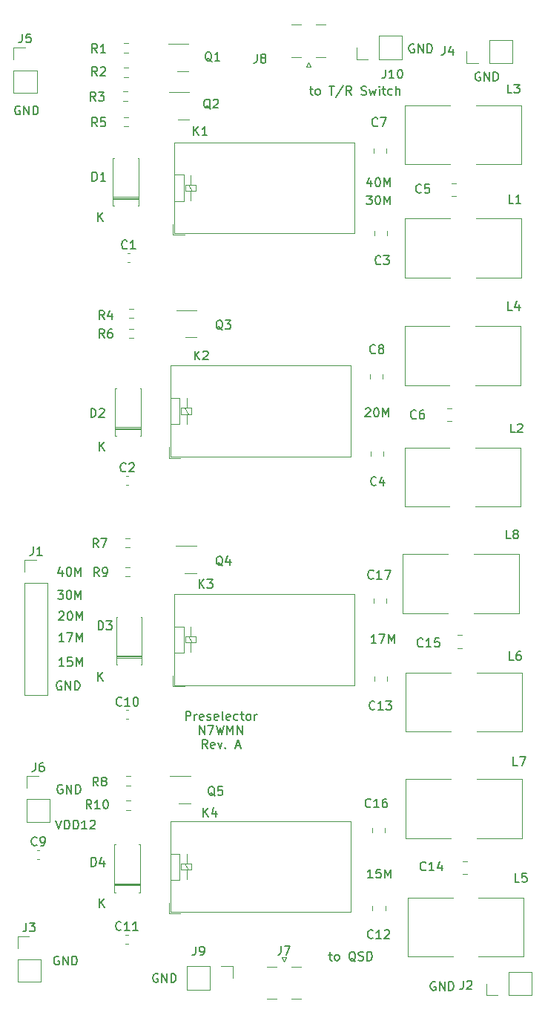
<source format=gbr>
%TF.GenerationSoftware,KiCad,Pcbnew,(6.0.2)*%
%TF.CreationDate,2022-11-21T15:37:21-08:00*%
%TF.ProjectId,preselector,70726573-656c-4656-9374-6f722e6b6963,rev?*%
%TF.SameCoordinates,PX5028050PY8f935f0*%
%TF.FileFunction,Legend,Top*%
%TF.FilePolarity,Positive*%
%FSLAX46Y46*%
G04 Gerber Fmt 4.6, Leading zero omitted, Abs format (unit mm)*
G04 Created by KiCad (PCBNEW (6.0.2)) date 2022-11-21 15:37:21*
%MOMM*%
%LPD*%
G01*
G04 APERTURE LIST*
%ADD10C,0.150000*%
%ADD11C,0.120000*%
G04 APERTURE END LIST*
D10*
X55088095Y106250000D02*
X54992857Y106297620D01*
X54850000Y106297620D01*
X54707142Y106250000D01*
X54611904Y106154762D01*
X54564285Y106059524D01*
X54516666Y105869048D01*
X54516666Y105726191D01*
X54564285Y105535715D01*
X54611904Y105440477D01*
X54707142Y105345239D01*
X54850000Y105297620D01*
X54945238Y105297620D01*
X55088095Y105345239D01*
X55135714Y105392858D01*
X55135714Y105726191D01*
X54945238Y105726191D01*
X55564285Y105297620D02*
X55564285Y106297620D01*
X56135714Y105297620D01*
X56135714Y106297620D01*
X56611904Y105297620D02*
X56611904Y106297620D01*
X56850000Y106297620D01*
X56992857Y106250000D01*
X57088095Y106154762D01*
X57135714Y106059524D01*
X57183333Y105869048D01*
X57183333Y105726191D01*
X57135714Y105535715D01*
X57088095Y105440477D01*
X56992857Y105345239D01*
X56850000Y105297620D01*
X56611904Y105297620D01*
X7388095Y25000000D02*
X7292857Y25047620D01*
X7150000Y25047620D01*
X7007142Y25000000D01*
X6911904Y24904762D01*
X6864285Y24809524D01*
X6816666Y24619048D01*
X6816666Y24476191D01*
X6864285Y24285715D01*
X6911904Y24190477D01*
X7007142Y24095239D01*
X7150000Y24047620D01*
X7245238Y24047620D01*
X7388095Y24095239D01*
X7435714Y24142858D01*
X7435714Y24476191D01*
X7245238Y24476191D01*
X7864285Y24047620D02*
X7864285Y25047620D01*
X8435714Y24047620D01*
X8435714Y25047620D01*
X8911904Y24047620D02*
X8911904Y25047620D01*
X9150000Y25047620D01*
X9292857Y25000000D01*
X9388095Y24904762D01*
X9435714Y24809524D01*
X9483333Y24619048D01*
X9483333Y24476191D01*
X9435714Y24285715D01*
X9388095Y24190477D01*
X9292857Y24095239D01*
X9150000Y24047620D01*
X8911904Y24047620D01*
X6869047Y47197620D02*
X7488095Y47197620D01*
X7154761Y46816667D01*
X7297619Y46816667D01*
X7392857Y46769048D01*
X7440476Y46721429D01*
X7488095Y46626191D01*
X7488095Y46388096D01*
X7440476Y46292858D01*
X7392857Y46245239D01*
X7297619Y46197620D01*
X7011904Y46197620D01*
X6916666Y46245239D01*
X6869047Y46292858D01*
X8107142Y47197620D02*
X8202380Y47197620D01*
X8297619Y47150000D01*
X8345238Y47102381D01*
X8392857Y47007143D01*
X8440476Y46816667D01*
X8440476Y46578572D01*
X8392857Y46388096D01*
X8345238Y46292858D01*
X8297619Y46245239D01*
X8202380Y46197620D01*
X8107142Y46197620D01*
X8011904Y46245239D01*
X7964285Y46292858D01*
X7916666Y46388096D01*
X7869047Y46578572D01*
X7869047Y46816667D01*
X7916666Y47007143D01*
X7964285Y47102381D01*
X8011904Y47150000D01*
X8107142Y47197620D01*
X8869047Y46197620D02*
X8869047Y47197620D01*
X9202380Y46483334D01*
X9535714Y47197620D01*
X9535714Y46197620D01*
X18288095Y3450000D02*
X18192857Y3497620D01*
X18050000Y3497620D01*
X17907142Y3450000D01*
X17811904Y3354762D01*
X17764285Y3259524D01*
X17716666Y3069048D01*
X17716666Y2926191D01*
X17764285Y2735715D01*
X17811904Y2640477D01*
X17907142Y2545239D01*
X18050000Y2497620D01*
X18145238Y2497620D01*
X18288095Y2545239D01*
X18335714Y2592858D01*
X18335714Y2926191D01*
X18145238Y2926191D01*
X18764285Y2497620D02*
X18764285Y3497620D01*
X19335714Y2497620D01*
X19335714Y3497620D01*
X19811904Y2497620D02*
X19811904Y3497620D01*
X20050000Y3497620D01*
X20192857Y3450000D01*
X20288095Y3354762D01*
X20335714Y3259524D01*
X20383333Y3069048D01*
X20383333Y2926191D01*
X20335714Y2735715D01*
X20288095Y2640477D01*
X20192857Y2545239D01*
X20050000Y2497620D01*
X19811904Y2497620D01*
X7588095Y41347620D02*
X7016666Y41347620D01*
X7302380Y41347620D02*
X7302380Y42347620D01*
X7207142Y42204762D01*
X7111904Y42109524D01*
X7016666Y42061905D01*
X7921428Y42347620D02*
X8588095Y42347620D01*
X8159523Y41347620D01*
X8969047Y41347620D02*
X8969047Y42347620D01*
X9302380Y41633334D01*
X9635714Y42347620D01*
X9635714Y41347620D01*
X7288095Y36800000D02*
X7192857Y36847620D01*
X7050000Y36847620D01*
X6907142Y36800000D01*
X6811904Y36704762D01*
X6764285Y36609524D01*
X6716666Y36419048D01*
X6716666Y36276191D01*
X6764285Y36085715D01*
X6811904Y35990477D01*
X6907142Y35895239D01*
X7050000Y35847620D01*
X7145238Y35847620D01*
X7288095Y35895239D01*
X7335714Y35942858D01*
X7335714Y36276191D01*
X7145238Y36276191D01*
X7764285Y35847620D02*
X7764285Y36847620D01*
X8335714Y35847620D01*
X8335714Y36847620D01*
X8811904Y35847620D02*
X8811904Y36847620D01*
X9050000Y36847620D01*
X9192857Y36800000D01*
X9288095Y36704762D01*
X9335714Y36609524D01*
X9383333Y36419048D01*
X9383333Y36276191D01*
X9335714Y36085715D01*
X9288095Y35990477D01*
X9192857Y35895239D01*
X9050000Y35847620D01*
X8811904Y35847620D01*
X42119047Y92197620D02*
X42738095Y92197620D01*
X42404761Y91816667D01*
X42547619Y91816667D01*
X42642857Y91769048D01*
X42690476Y91721429D01*
X42738095Y91626191D01*
X42738095Y91388096D01*
X42690476Y91292858D01*
X42642857Y91245239D01*
X42547619Y91197620D01*
X42261904Y91197620D01*
X42166666Y91245239D01*
X42119047Y91292858D01*
X43357142Y92197620D02*
X43452380Y92197620D01*
X43547619Y92150000D01*
X43595238Y92102381D01*
X43642857Y92007143D01*
X43690476Y91816667D01*
X43690476Y91578572D01*
X43642857Y91388096D01*
X43595238Y91292858D01*
X43547619Y91245239D01*
X43452380Y91197620D01*
X43357142Y91197620D01*
X43261904Y91245239D01*
X43214285Y91292858D01*
X43166666Y91388096D01*
X43119047Y91578572D01*
X43119047Y91816667D01*
X43166666Y92007143D01*
X43214285Y92102381D01*
X43261904Y92150000D01*
X43357142Y92197620D01*
X44119047Y91197620D02*
X44119047Y92197620D01*
X44452380Y91483334D01*
X44785714Y92197620D01*
X44785714Y91197620D01*
X6988095Y5450000D02*
X6892857Y5497620D01*
X6750000Y5497620D01*
X6607142Y5450000D01*
X6511904Y5354762D01*
X6464285Y5259524D01*
X6416666Y5069048D01*
X6416666Y4926191D01*
X6464285Y4735715D01*
X6511904Y4640477D01*
X6607142Y4545239D01*
X6750000Y4497620D01*
X6845238Y4497620D01*
X6988095Y4545239D01*
X7035714Y4592858D01*
X7035714Y4926191D01*
X6845238Y4926191D01*
X7464285Y4497620D02*
X7464285Y5497620D01*
X8035714Y4497620D01*
X8035714Y5497620D01*
X8511904Y4497620D02*
X8511904Y5497620D01*
X8750000Y5497620D01*
X8892857Y5450000D01*
X8988095Y5354762D01*
X9035714Y5259524D01*
X9083333Y5069048D01*
X9083333Y4926191D01*
X9035714Y4735715D01*
X8988095Y4640477D01*
X8892857Y4545239D01*
X8750000Y4497620D01*
X8511904Y4497620D01*
X2538095Y102400000D02*
X2442857Y102447620D01*
X2300000Y102447620D01*
X2157142Y102400000D01*
X2061904Y102304762D01*
X2014285Y102209524D01*
X1966666Y102019048D01*
X1966666Y101876191D01*
X2014285Y101685715D01*
X2061904Y101590477D01*
X2157142Y101495239D01*
X2300000Y101447620D01*
X2395238Y101447620D01*
X2538095Y101495239D01*
X2585714Y101542858D01*
X2585714Y101876191D01*
X2395238Y101876191D01*
X3014285Y101447620D02*
X3014285Y102447620D01*
X3585714Y101447620D01*
X3585714Y102447620D01*
X4061904Y101447620D02*
X4061904Y102447620D01*
X4300000Y102447620D01*
X4442857Y102400000D01*
X4538095Y102304762D01*
X4585714Y102209524D01*
X4633333Y102019048D01*
X4633333Y101876191D01*
X4585714Y101685715D01*
X4538095Y101590477D01*
X4442857Y101495239D01*
X4300000Y101447620D01*
X4061904Y101447620D01*
X42642857Y93914286D02*
X42642857Y93247620D01*
X42404761Y94295239D02*
X42166666Y93580953D01*
X42785714Y93580953D01*
X43357142Y94247620D02*
X43452380Y94247620D01*
X43547619Y94200000D01*
X43595238Y94152381D01*
X43642857Y94057143D01*
X43690476Y93866667D01*
X43690476Y93628572D01*
X43642857Y93438096D01*
X43595238Y93342858D01*
X43547619Y93295239D01*
X43452380Y93247620D01*
X43357142Y93247620D01*
X43261904Y93295239D01*
X43214285Y93342858D01*
X43166666Y93438096D01*
X43119047Y93628572D01*
X43119047Y93866667D01*
X43166666Y94057143D01*
X43214285Y94152381D01*
X43261904Y94200000D01*
X43357142Y94247620D01*
X44119047Y93247620D02*
X44119047Y94247620D01*
X44452380Y93533334D01*
X44785714Y94247620D01*
X44785714Y93247620D01*
X7392857Y49514286D02*
X7392857Y48847620D01*
X7154761Y49895239D02*
X6916666Y49180953D01*
X7535714Y49180953D01*
X8107142Y49847620D02*
X8202380Y49847620D01*
X8297619Y49800000D01*
X8345238Y49752381D01*
X8392857Y49657143D01*
X8440476Y49466667D01*
X8440476Y49228572D01*
X8392857Y49038096D01*
X8345238Y48942858D01*
X8297619Y48895239D01*
X8202380Y48847620D01*
X8107142Y48847620D01*
X8011904Y48895239D01*
X7964285Y48942858D01*
X7916666Y49038096D01*
X7869047Y49228572D01*
X7869047Y49466667D01*
X7916666Y49657143D01*
X7964285Y49752381D01*
X8011904Y49800000D01*
X8107142Y49847620D01*
X8869047Y48847620D02*
X8869047Y49847620D01*
X9202380Y49133334D01*
X9535714Y49847620D01*
X9535714Y48847620D01*
X7588095Y38547620D02*
X7016666Y38547620D01*
X7302380Y38547620D02*
X7302380Y39547620D01*
X7207142Y39404762D01*
X7111904Y39309524D01*
X7016666Y39261905D01*
X8492857Y39547620D02*
X8016666Y39547620D01*
X7969047Y39071429D01*
X8016666Y39119048D01*
X8111904Y39166667D01*
X8350000Y39166667D01*
X8445238Y39119048D01*
X8492857Y39071429D01*
X8540476Y38976191D01*
X8540476Y38738096D01*
X8492857Y38642858D01*
X8445238Y38595239D01*
X8350000Y38547620D01*
X8111904Y38547620D01*
X8016666Y38595239D01*
X7969047Y38642858D01*
X8969047Y38547620D02*
X8969047Y39547620D01*
X9302380Y38833334D01*
X9635714Y39547620D01*
X9635714Y38547620D01*
X37826190Y5664286D02*
X38207142Y5664286D01*
X37969047Y5997620D02*
X37969047Y5140477D01*
X38016666Y5045239D01*
X38111904Y4997620D01*
X38207142Y4997620D01*
X38683333Y4997620D02*
X38588095Y5045239D01*
X38540476Y5092858D01*
X38492857Y5188096D01*
X38492857Y5473810D01*
X38540476Y5569048D01*
X38588095Y5616667D01*
X38683333Y5664286D01*
X38826190Y5664286D01*
X38921428Y5616667D01*
X38969047Y5569048D01*
X39016666Y5473810D01*
X39016666Y5188096D01*
X38969047Y5092858D01*
X38921428Y5045239D01*
X38826190Y4997620D01*
X38683333Y4997620D01*
X40873809Y4902381D02*
X40778571Y4950000D01*
X40683333Y5045239D01*
X40540476Y5188096D01*
X40445238Y5235715D01*
X40350000Y5235715D01*
X40397619Y4997620D02*
X40302380Y5045239D01*
X40207142Y5140477D01*
X40159523Y5330953D01*
X40159523Y5664286D01*
X40207142Y5854762D01*
X40302380Y5950000D01*
X40397619Y5997620D01*
X40588095Y5997620D01*
X40683333Y5950000D01*
X40778571Y5854762D01*
X40826190Y5664286D01*
X40826190Y5330953D01*
X40778571Y5140477D01*
X40683333Y5045239D01*
X40588095Y4997620D01*
X40397619Y4997620D01*
X41207142Y5045239D02*
X41350000Y4997620D01*
X41588095Y4997620D01*
X41683333Y5045239D01*
X41730952Y5092858D01*
X41778571Y5188096D01*
X41778571Y5283334D01*
X41730952Y5378572D01*
X41683333Y5426191D01*
X41588095Y5473810D01*
X41397619Y5521429D01*
X41302380Y5569048D01*
X41254761Y5616667D01*
X41207142Y5711905D01*
X41207142Y5807143D01*
X41254761Y5902381D01*
X41302380Y5950000D01*
X41397619Y5997620D01*
X41635714Y5997620D01*
X41778571Y5950000D01*
X42207142Y4997620D02*
X42207142Y5997620D01*
X42445238Y5997620D01*
X42588095Y5950000D01*
X42683333Y5854762D01*
X42730952Y5759524D01*
X42778571Y5569048D01*
X42778571Y5426191D01*
X42730952Y5235715D01*
X42683333Y5140477D01*
X42588095Y5045239D01*
X42445238Y4997620D01*
X42207142Y4997620D01*
X43238095Y41197620D02*
X42666666Y41197620D01*
X42952380Y41197620D02*
X42952380Y42197620D01*
X42857142Y42054762D01*
X42761904Y41959524D01*
X42666666Y41911905D01*
X43571428Y42197620D02*
X44238095Y42197620D01*
X43809523Y41197620D01*
X44619047Y41197620D02*
X44619047Y42197620D01*
X44952380Y41483334D01*
X45285714Y42197620D01*
X45285714Y41197620D01*
X42838095Y14397620D02*
X42266666Y14397620D01*
X42552380Y14397620D02*
X42552380Y15397620D01*
X42457142Y15254762D01*
X42361904Y15159524D01*
X42266666Y15111905D01*
X43742857Y15397620D02*
X43266666Y15397620D01*
X43219047Y14921429D01*
X43266666Y14969048D01*
X43361904Y15016667D01*
X43600000Y15016667D01*
X43695238Y14969048D01*
X43742857Y14921429D01*
X43790476Y14826191D01*
X43790476Y14588096D01*
X43742857Y14492858D01*
X43695238Y14445239D01*
X43600000Y14397620D01*
X43361904Y14397620D01*
X43266666Y14445239D01*
X43219047Y14492858D01*
X44219047Y14397620D02*
X44219047Y15397620D01*
X44552380Y14683334D01*
X44885714Y15397620D01*
X44885714Y14397620D01*
X6664285Y20997620D02*
X6997619Y19997620D01*
X7330952Y20997620D01*
X7664285Y19997620D02*
X7664285Y20997620D01*
X7902380Y20997620D01*
X8045238Y20950000D01*
X8140476Y20854762D01*
X8188095Y20759524D01*
X8235714Y20569048D01*
X8235714Y20426191D01*
X8188095Y20235715D01*
X8140476Y20140477D01*
X8045238Y20045239D01*
X7902380Y19997620D01*
X7664285Y19997620D01*
X8664285Y19997620D02*
X8664285Y20997620D01*
X8902380Y20997620D01*
X9045238Y20950000D01*
X9140476Y20854762D01*
X9188095Y20759524D01*
X9235714Y20569048D01*
X9235714Y20426191D01*
X9188095Y20235715D01*
X9140476Y20140477D01*
X9045238Y20045239D01*
X8902380Y19997620D01*
X8664285Y19997620D01*
X10188095Y19997620D02*
X9616666Y19997620D01*
X9902380Y19997620D02*
X9902380Y20997620D01*
X9807142Y20854762D01*
X9711904Y20759524D01*
X9616666Y20711905D01*
X10569047Y20902381D02*
X10616666Y20950000D01*
X10711904Y20997620D01*
X10950000Y20997620D01*
X11045238Y20950000D01*
X11092857Y20902381D01*
X11140476Y20807143D01*
X11140476Y20711905D01*
X11092857Y20569048D01*
X10521428Y19997620D01*
X11140476Y19997620D01*
X47538095Y109450000D02*
X47442857Y109497620D01*
X47300000Y109497620D01*
X47157142Y109450000D01*
X47061904Y109354762D01*
X47014285Y109259524D01*
X46966666Y109069048D01*
X46966666Y108926191D01*
X47014285Y108735715D01*
X47061904Y108640477D01*
X47157142Y108545239D01*
X47300000Y108497620D01*
X47395238Y108497620D01*
X47538095Y108545239D01*
X47585714Y108592858D01*
X47585714Y108926191D01*
X47395238Y108926191D01*
X48014285Y108497620D02*
X48014285Y109497620D01*
X48585714Y108497620D01*
X48585714Y109497620D01*
X49061904Y108497620D02*
X49061904Y109497620D01*
X49300000Y109497620D01*
X49442857Y109450000D01*
X49538095Y109354762D01*
X49585714Y109259524D01*
X49633333Y109069048D01*
X49633333Y108926191D01*
X49585714Y108735715D01*
X49538095Y108640477D01*
X49442857Y108545239D01*
X49300000Y108497620D01*
X49061904Y108497620D01*
X7016666Y44702381D02*
X7064285Y44750000D01*
X7159523Y44797620D01*
X7397619Y44797620D01*
X7492857Y44750000D01*
X7540476Y44702381D01*
X7588095Y44607143D01*
X7588095Y44511905D01*
X7540476Y44369048D01*
X6969047Y43797620D01*
X7588095Y43797620D01*
X8207142Y44797620D02*
X8302380Y44797620D01*
X8397619Y44750000D01*
X8445238Y44702381D01*
X8492857Y44607143D01*
X8540476Y44416667D01*
X8540476Y44178572D01*
X8492857Y43988096D01*
X8445238Y43892858D01*
X8397619Y43845239D01*
X8302380Y43797620D01*
X8207142Y43797620D01*
X8111904Y43845239D01*
X8064285Y43892858D01*
X8016666Y43988096D01*
X7969047Y44178572D01*
X7969047Y44416667D01*
X8016666Y44607143D01*
X8064285Y44702381D01*
X8111904Y44750000D01*
X8207142Y44797620D01*
X8969047Y43797620D02*
X8969047Y44797620D01*
X9302380Y44083334D01*
X9635714Y44797620D01*
X9635714Y43797620D01*
X49988095Y2550000D02*
X49892857Y2597620D01*
X49750000Y2597620D01*
X49607142Y2550000D01*
X49511904Y2454762D01*
X49464285Y2359524D01*
X49416666Y2169048D01*
X49416666Y2026191D01*
X49464285Y1835715D01*
X49511904Y1740477D01*
X49607142Y1645239D01*
X49750000Y1597620D01*
X49845238Y1597620D01*
X49988095Y1645239D01*
X50035714Y1692858D01*
X50035714Y2026191D01*
X49845238Y2026191D01*
X50464285Y1597620D02*
X50464285Y2597620D01*
X51035714Y1597620D01*
X51035714Y2597620D01*
X51511904Y1597620D02*
X51511904Y2597620D01*
X51750000Y2597620D01*
X51892857Y2550000D01*
X51988095Y2454762D01*
X52035714Y2359524D01*
X52083333Y2169048D01*
X52083333Y2026191D01*
X52035714Y1835715D01*
X51988095Y1740477D01*
X51892857Y1645239D01*
X51750000Y1597620D01*
X51511904Y1597620D01*
X21500000Y32407620D02*
X21500000Y33407620D01*
X21880952Y33407620D01*
X21976190Y33360000D01*
X22023809Y33312381D01*
X22071428Y33217143D01*
X22071428Y33074286D01*
X22023809Y32979048D01*
X21976190Y32931429D01*
X21880952Y32883810D01*
X21500000Y32883810D01*
X22500000Y32407620D02*
X22500000Y33074286D01*
X22500000Y32883810D02*
X22547619Y32979048D01*
X22595238Y33026667D01*
X22690476Y33074286D01*
X22785714Y33074286D01*
X23500000Y32455239D02*
X23404761Y32407620D01*
X23214285Y32407620D01*
X23119047Y32455239D01*
X23071428Y32550477D01*
X23071428Y32931429D01*
X23119047Y33026667D01*
X23214285Y33074286D01*
X23404761Y33074286D01*
X23500000Y33026667D01*
X23547619Y32931429D01*
X23547619Y32836191D01*
X23071428Y32740953D01*
X23928571Y32455239D02*
X24023809Y32407620D01*
X24214285Y32407620D01*
X24309523Y32455239D01*
X24357142Y32550477D01*
X24357142Y32598096D01*
X24309523Y32693334D01*
X24214285Y32740953D01*
X24071428Y32740953D01*
X23976190Y32788572D01*
X23928571Y32883810D01*
X23928571Y32931429D01*
X23976190Y33026667D01*
X24071428Y33074286D01*
X24214285Y33074286D01*
X24309523Y33026667D01*
X25166666Y32455239D02*
X25071428Y32407620D01*
X24880952Y32407620D01*
X24785714Y32455239D01*
X24738095Y32550477D01*
X24738095Y32931429D01*
X24785714Y33026667D01*
X24880952Y33074286D01*
X25071428Y33074286D01*
X25166666Y33026667D01*
X25214285Y32931429D01*
X25214285Y32836191D01*
X24738095Y32740953D01*
X25785714Y32407620D02*
X25690476Y32455239D01*
X25642857Y32550477D01*
X25642857Y33407620D01*
X26547619Y32455239D02*
X26452380Y32407620D01*
X26261904Y32407620D01*
X26166666Y32455239D01*
X26119047Y32550477D01*
X26119047Y32931429D01*
X26166666Y33026667D01*
X26261904Y33074286D01*
X26452380Y33074286D01*
X26547619Y33026667D01*
X26595238Y32931429D01*
X26595238Y32836191D01*
X26119047Y32740953D01*
X27452380Y32455239D02*
X27357142Y32407620D01*
X27166666Y32407620D01*
X27071428Y32455239D01*
X27023809Y32502858D01*
X26976190Y32598096D01*
X26976190Y32883810D01*
X27023809Y32979048D01*
X27071428Y33026667D01*
X27166666Y33074286D01*
X27357142Y33074286D01*
X27452380Y33026667D01*
X27738095Y33074286D02*
X28119047Y33074286D01*
X27880952Y33407620D02*
X27880952Y32550477D01*
X27928571Y32455239D01*
X28023809Y32407620D01*
X28119047Y32407620D01*
X28595238Y32407620D02*
X28500000Y32455239D01*
X28452380Y32502858D01*
X28404761Y32598096D01*
X28404761Y32883810D01*
X28452380Y32979048D01*
X28500000Y33026667D01*
X28595238Y33074286D01*
X28738095Y33074286D01*
X28833333Y33026667D01*
X28880952Y32979048D01*
X28928571Y32883810D01*
X28928571Y32598096D01*
X28880952Y32502858D01*
X28833333Y32455239D01*
X28738095Y32407620D01*
X28595238Y32407620D01*
X29357142Y32407620D02*
X29357142Y33074286D01*
X29357142Y32883810D02*
X29404761Y32979048D01*
X29452380Y33026667D01*
X29547619Y33074286D01*
X29642857Y33074286D01*
X23071428Y30797620D02*
X23071428Y31797620D01*
X23642857Y30797620D01*
X23642857Y31797620D01*
X24023809Y31797620D02*
X24690476Y31797620D01*
X24261904Y30797620D01*
X24976190Y31797620D02*
X25214285Y30797620D01*
X25404761Y31511905D01*
X25595238Y30797620D01*
X25833333Y31797620D01*
X26214285Y30797620D02*
X26214285Y31797620D01*
X26547619Y31083334D01*
X26880952Y31797620D01*
X26880952Y30797620D01*
X27357142Y30797620D02*
X27357142Y31797620D01*
X27928571Y30797620D01*
X27928571Y31797620D01*
X23952380Y29187620D02*
X23619047Y29663810D01*
X23380952Y29187620D02*
X23380952Y30187620D01*
X23761904Y30187620D01*
X23857142Y30140000D01*
X23904761Y30092381D01*
X23952380Y29997143D01*
X23952380Y29854286D01*
X23904761Y29759048D01*
X23857142Y29711429D01*
X23761904Y29663810D01*
X23380952Y29663810D01*
X24761904Y29235239D02*
X24666666Y29187620D01*
X24476190Y29187620D01*
X24380952Y29235239D01*
X24333333Y29330477D01*
X24333333Y29711429D01*
X24380952Y29806667D01*
X24476190Y29854286D01*
X24666666Y29854286D01*
X24761904Y29806667D01*
X24809523Y29711429D01*
X24809523Y29616191D01*
X24333333Y29520953D01*
X25142857Y29854286D02*
X25380952Y29187620D01*
X25619047Y29854286D01*
X26000000Y29282858D02*
X26047619Y29235239D01*
X26000000Y29187620D01*
X25952380Y29235239D01*
X26000000Y29282858D01*
X26000000Y29187620D01*
X27190476Y29473334D02*
X27666666Y29473334D01*
X27095238Y29187620D02*
X27428571Y30187620D01*
X27761904Y29187620D01*
X42016666Y67902381D02*
X42064285Y67950000D01*
X42159523Y67997620D01*
X42397619Y67997620D01*
X42492857Y67950000D01*
X42540476Y67902381D01*
X42588095Y67807143D01*
X42588095Y67711905D01*
X42540476Y67569048D01*
X41969047Y66997620D01*
X42588095Y66997620D01*
X43207142Y67997620D02*
X43302380Y67997620D01*
X43397619Y67950000D01*
X43445238Y67902381D01*
X43492857Y67807143D01*
X43540476Y67616667D01*
X43540476Y67378572D01*
X43492857Y67188096D01*
X43445238Y67092858D01*
X43397619Y67045239D01*
X43302380Y66997620D01*
X43207142Y66997620D01*
X43111904Y67045239D01*
X43064285Y67092858D01*
X43016666Y67188096D01*
X42969047Y67378572D01*
X42969047Y67616667D01*
X43016666Y67807143D01*
X43064285Y67902381D01*
X43111904Y67950000D01*
X43207142Y67997620D01*
X43969047Y66997620D02*
X43969047Y67997620D01*
X44302380Y67283334D01*
X44635714Y67997620D01*
X44635714Y66997620D01*
X35635714Y104364286D02*
X36016666Y104364286D01*
X35778571Y104697620D02*
X35778571Y103840477D01*
X35826190Y103745239D01*
X35921428Y103697620D01*
X36016666Y103697620D01*
X36492857Y103697620D02*
X36397619Y103745239D01*
X36350000Y103792858D01*
X36302380Y103888096D01*
X36302380Y104173810D01*
X36350000Y104269048D01*
X36397619Y104316667D01*
X36492857Y104364286D01*
X36635714Y104364286D01*
X36730952Y104316667D01*
X36778571Y104269048D01*
X36826190Y104173810D01*
X36826190Y103888096D01*
X36778571Y103792858D01*
X36730952Y103745239D01*
X36635714Y103697620D01*
X36492857Y103697620D01*
X37873809Y104697620D02*
X38445238Y104697620D01*
X38159523Y103697620D02*
X38159523Y104697620D01*
X39492857Y104745239D02*
X38635714Y103459524D01*
X40397619Y103697620D02*
X40064285Y104173810D01*
X39826190Y103697620D02*
X39826190Y104697620D01*
X40207142Y104697620D01*
X40302380Y104650000D01*
X40350000Y104602381D01*
X40397619Y104507143D01*
X40397619Y104364286D01*
X40350000Y104269048D01*
X40302380Y104221429D01*
X40207142Y104173810D01*
X39826190Y104173810D01*
X41540476Y103745239D02*
X41683333Y103697620D01*
X41921428Y103697620D01*
X42016666Y103745239D01*
X42064285Y103792858D01*
X42111904Y103888096D01*
X42111904Y103983334D01*
X42064285Y104078572D01*
X42016666Y104126191D01*
X41921428Y104173810D01*
X41730952Y104221429D01*
X41635714Y104269048D01*
X41588095Y104316667D01*
X41540476Y104411905D01*
X41540476Y104507143D01*
X41588095Y104602381D01*
X41635714Y104650000D01*
X41730952Y104697620D01*
X41969047Y104697620D01*
X42111904Y104650000D01*
X42445238Y104364286D02*
X42635714Y103697620D01*
X42826190Y104173810D01*
X43016666Y103697620D01*
X43207142Y104364286D01*
X43588095Y103697620D02*
X43588095Y104364286D01*
X43588095Y104697620D02*
X43540476Y104650000D01*
X43588095Y104602381D01*
X43635714Y104650000D01*
X43588095Y104697620D01*
X43588095Y104602381D01*
X43921428Y104364286D02*
X44302380Y104364286D01*
X44064285Y104697620D02*
X44064285Y103840477D01*
X44111904Y103745239D01*
X44207142Y103697620D01*
X44302380Y103697620D01*
X45064285Y103745239D02*
X44969047Y103697620D01*
X44778571Y103697620D01*
X44683333Y103745239D01*
X44635714Y103792858D01*
X44588095Y103888096D01*
X44588095Y104173810D01*
X44635714Y104269048D01*
X44683333Y104316667D01*
X44778571Y104364286D01*
X44969047Y104364286D01*
X45064285Y104316667D01*
X45492857Y103697620D02*
X45492857Y104697620D01*
X45921428Y103697620D02*
X45921428Y104221429D01*
X45873809Y104316667D01*
X45778571Y104364286D01*
X45635714Y104364286D01*
X45540476Y104316667D01*
X45492857Y104269048D01*
%TO.C,J3*%
X3266666Y9302620D02*
X3266666Y8588334D01*
X3219047Y8445477D01*
X3123809Y8350239D01*
X2980952Y8302620D01*
X2885714Y8302620D01*
X3647619Y9302620D02*
X4266666Y9302620D01*
X3933333Y8921667D01*
X4076190Y8921667D01*
X4171428Y8874048D01*
X4219047Y8826429D01*
X4266666Y8731191D01*
X4266666Y8493096D01*
X4219047Y8397858D01*
X4171428Y8350239D01*
X4076190Y8302620D01*
X3790476Y8302620D01*
X3695238Y8350239D01*
X3647619Y8397858D01*
%TO.C,J9*%
X22616666Y6597620D02*
X22616666Y5883334D01*
X22569047Y5740477D01*
X22473809Y5645239D01*
X22330952Y5597620D01*
X22235714Y5597620D01*
X23140476Y5597620D02*
X23330952Y5597620D01*
X23426190Y5645239D01*
X23473809Y5692858D01*
X23569047Y5835715D01*
X23616666Y6026191D01*
X23616666Y6407143D01*
X23569047Y6502381D01*
X23521428Y6550000D01*
X23426190Y6597620D01*
X23235714Y6597620D01*
X23140476Y6550000D01*
X23092857Y6502381D01*
X23045238Y6407143D01*
X23045238Y6169048D01*
X23092857Y6073810D01*
X23140476Y6026191D01*
X23235714Y5978572D01*
X23426190Y5978572D01*
X23521428Y6026191D01*
X23569047Y6073810D01*
X23616666Y6169048D01*
%TO.C,C7*%
X43383333Y100192858D02*
X43335714Y100145239D01*
X43192857Y100097620D01*
X43097619Y100097620D01*
X42954761Y100145239D01*
X42859523Y100240477D01*
X42811904Y100335715D01*
X42764285Y100526191D01*
X42764285Y100669048D01*
X42811904Y100859524D01*
X42859523Y100954762D01*
X42954761Y101050000D01*
X43097619Y101097620D01*
X43192857Y101097620D01*
X43335714Y101050000D01*
X43383333Y101002381D01*
X43716666Y101097620D02*
X44383333Y101097620D01*
X43954761Y100097620D01*
%TO.C,C1*%
X14783333Y86222858D02*
X14735714Y86175239D01*
X14592857Y86127620D01*
X14497619Y86127620D01*
X14354761Y86175239D01*
X14259523Y86270477D01*
X14211904Y86365715D01*
X14164285Y86556191D01*
X14164285Y86699048D01*
X14211904Y86889524D01*
X14259523Y86984762D01*
X14354761Y87080000D01*
X14497619Y87127620D01*
X14592857Y87127620D01*
X14735714Y87080000D01*
X14783333Y87032381D01*
X15735714Y86127620D02*
X15164285Y86127620D01*
X15450000Y86127620D02*
X15450000Y87127620D01*
X15354761Y86984762D01*
X15259523Y86889524D01*
X15164285Y86841905D01*
%TO.C,L6*%
X58933333Y39247620D02*
X58457142Y39247620D01*
X58457142Y40247620D01*
X59695238Y40247620D02*
X59504761Y40247620D01*
X59409523Y40200000D01*
X59361904Y40152381D01*
X59266666Y40009524D01*
X59219047Y39819048D01*
X59219047Y39438096D01*
X59266666Y39342858D01*
X59314285Y39295239D01*
X59409523Y39247620D01*
X59600000Y39247620D01*
X59695238Y39295239D01*
X59742857Y39342858D01*
X59790476Y39438096D01*
X59790476Y39676191D01*
X59742857Y39771429D01*
X59695238Y39819048D01*
X59600000Y39866667D01*
X59409523Y39866667D01*
X59314285Y39819048D01*
X59266666Y39771429D01*
X59219047Y39676191D01*
%TO.C,R5*%
X11383333Y100097620D02*
X11050000Y100573810D01*
X10811904Y100097620D02*
X10811904Y101097620D01*
X11192857Y101097620D01*
X11288095Y101050000D01*
X11335714Y101002381D01*
X11383333Y100907143D01*
X11383333Y100764286D01*
X11335714Y100669048D01*
X11288095Y100621429D01*
X11192857Y100573810D01*
X10811904Y100573810D01*
X12288095Y101097620D02*
X11811904Y101097620D01*
X11764285Y100621429D01*
X11811904Y100669048D01*
X11907142Y100716667D01*
X12145238Y100716667D01*
X12240476Y100669048D01*
X12288095Y100621429D01*
X12335714Y100526191D01*
X12335714Y100288096D01*
X12288095Y100192858D01*
X12240476Y100145239D01*
X12145238Y100097620D01*
X11907142Y100097620D01*
X11811904Y100145239D01*
X11764285Y100192858D01*
%TO.C,C5*%
X48383333Y92592858D02*
X48335714Y92545239D01*
X48192857Y92497620D01*
X48097619Y92497620D01*
X47954761Y92545239D01*
X47859523Y92640477D01*
X47811904Y92735715D01*
X47764285Y92926191D01*
X47764285Y93069048D01*
X47811904Y93259524D01*
X47859523Y93354762D01*
X47954761Y93450000D01*
X48097619Y93497620D01*
X48192857Y93497620D01*
X48335714Y93450000D01*
X48383333Y93402381D01*
X49288095Y93497620D02*
X48811904Y93497620D01*
X48764285Y93021429D01*
X48811904Y93069048D01*
X48907142Y93116667D01*
X49145238Y93116667D01*
X49240476Y93069048D01*
X49288095Y93021429D01*
X49335714Y92926191D01*
X49335714Y92688096D01*
X49288095Y92592858D01*
X49240476Y92545239D01*
X49145238Y92497620D01*
X48907142Y92497620D01*
X48811904Y92545239D01*
X48764285Y92592858D01*
%TO.C,J2*%
X53166666Y2697620D02*
X53166666Y1983334D01*
X53119047Y1840477D01*
X53023809Y1745239D01*
X52880952Y1697620D01*
X52785714Y1697620D01*
X53595238Y2602381D02*
X53642857Y2650000D01*
X53738095Y2697620D01*
X53976190Y2697620D01*
X54071428Y2650000D01*
X54119047Y2602381D01*
X54166666Y2507143D01*
X54166666Y2411905D01*
X54119047Y2269048D01*
X53547619Y1697620D01*
X54166666Y1697620D01*
%TO.C,R9*%
X11583333Y48797620D02*
X11250000Y49273810D01*
X11011904Y48797620D02*
X11011904Y49797620D01*
X11392857Y49797620D01*
X11488095Y49750000D01*
X11535714Y49702381D01*
X11583333Y49607143D01*
X11583333Y49464286D01*
X11535714Y49369048D01*
X11488095Y49321429D01*
X11392857Y49273810D01*
X11011904Y49273810D01*
X12059523Y48797620D02*
X12250000Y48797620D01*
X12345238Y48845239D01*
X12392857Y48892858D01*
X12488095Y49035715D01*
X12535714Y49226191D01*
X12535714Y49607143D01*
X12488095Y49702381D01*
X12440476Y49750000D01*
X12345238Y49797620D01*
X12154761Y49797620D01*
X12059523Y49750000D01*
X12011904Y49702381D01*
X11964285Y49607143D01*
X11964285Y49369048D01*
X12011904Y49273810D01*
X12059523Y49226191D01*
X12154761Y49178572D01*
X12345238Y49178572D01*
X12440476Y49226191D01*
X12488095Y49273810D01*
X12535714Y49369048D01*
%TO.C,C13*%
X43057142Y33680358D02*
X43009523Y33632739D01*
X42866666Y33585120D01*
X42771428Y33585120D01*
X42628571Y33632739D01*
X42533333Y33727977D01*
X42485714Y33823215D01*
X42438095Y34013691D01*
X42438095Y34156548D01*
X42485714Y34347024D01*
X42533333Y34442262D01*
X42628571Y34537500D01*
X42771428Y34585120D01*
X42866666Y34585120D01*
X43009523Y34537500D01*
X43057142Y34489881D01*
X44009523Y33585120D02*
X43438095Y33585120D01*
X43723809Y33585120D02*
X43723809Y34585120D01*
X43628571Y34442262D01*
X43533333Y34347024D01*
X43438095Y34299405D01*
X44342857Y34585120D02*
X44961904Y34585120D01*
X44628571Y34204167D01*
X44771428Y34204167D01*
X44866666Y34156548D01*
X44914285Y34108929D01*
X44961904Y34013691D01*
X44961904Y33775596D01*
X44914285Y33680358D01*
X44866666Y33632739D01*
X44771428Y33585120D01*
X44485714Y33585120D01*
X44390476Y33632739D01*
X44342857Y33680358D01*
%TO.C,C4*%
X43233333Y59242858D02*
X43185714Y59195239D01*
X43042857Y59147620D01*
X42947619Y59147620D01*
X42804761Y59195239D01*
X42709523Y59290477D01*
X42661904Y59385715D01*
X42614285Y59576191D01*
X42614285Y59719048D01*
X42661904Y59909524D01*
X42709523Y60004762D01*
X42804761Y60100000D01*
X42947619Y60147620D01*
X43042857Y60147620D01*
X43185714Y60100000D01*
X43233333Y60052381D01*
X44090476Y59814286D02*
X44090476Y59147620D01*
X43852380Y60195239D02*
X43614285Y59480953D01*
X44233333Y59480953D01*
%TO.C,Q3*%
X25704761Y76902381D02*
X25609523Y76950000D01*
X25514285Y77045239D01*
X25371428Y77188096D01*
X25276190Y77235715D01*
X25180952Y77235715D01*
X25228571Y76997620D02*
X25133333Y77045239D01*
X25038095Y77140477D01*
X24990476Y77330953D01*
X24990476Y77664286D01*
X25038095Y77854762D01*
X25133333Y77950000D01*
X25228571Y77997620D01*
X25419047Y77997620D01*
X25514285Y77950000D01*
X25609523Y77854762D01*
X25657142Y77664286D01*
X25657142Y77330953D01*
X25609523Y77140477D01*
X25514285Y77045239D01*
X25419047Y76997620D01*
X25228571Y76997620D01*
X25990476Y77997620D02*
X26609523Y77997620D01*
X26276190Y77616667D01*
X26419047Y77616667D01*
X26514285Y77569048D01*
X26561904Y77521429D01*
X26609523Y77426191D01*
X26609523Y77188096D01*
X26561904Y77092858D01*
X26514285Y77045239D01*
X26419047Y76997620D01*
X26133333Y76997620D01*
X26038095Y77045239D01*
X25990476Y77092858D01*
%TO.C,L7*%
X59383333Y27247620D02*
X58907142Y27247620D01*
X58907142Y28247620D01*
X59621428Y28247620D02*
X60288095Y28247620D01*
X59859523Y27247620D01*
%TO.C,J6*%
X4316666Y27552620D02*
X4316666Y26838334D01*
X4269047Y26695477D01*
X4173809Y26600239D01*
X4030952Y26552620D01*
X3935714Y26552620D01*
X5221428Y27552620D02*
X5030952Y27552620D01*
X4935714Y27505000D01*
X4888095Y27457381D01*
X4792857Y27314524D01*
X4745238Y27124048D01*
X4745238Y26743096D01*
X4792857Y26647858D01*
X4840476Y26600239D01*
X4935714Y26552620D01*
X5126190Y26552620D01*
X5221428Y26600239D01*
X5269047Y26647858D01*
X5316666Y26743096D01*
X5316666Y26981191D01*
X5269047Y27076429D01*
X5221428Y27124048D01*
X5126190Y27171667D01*
X4935714Y27171667D01*
X4840476Y27124048D01*
X4792857Y27076429D01*
X4745238Y26981191D01*
%TO.C,L3*%
X58733333Y103897620D02*
X58257142Y103897620D01*
X58257142Y104897620D01*
X58971428Y104897620D02*
X59590476Y104897620D01*
X59257142Y104516667D01*
X59400000Y104516667D01*
X59495238Y104469048D01*
X59542857Y104421429D01*
X59590476Y104326191D01*
X59590476Y104088096D01*
X59542857Y103992858D01*
X59495238Y103945239D01*
X59400000Y103897620D01*
X59114285Y103897620D01*
X59019047Y103945239D01*
X58971428Y103992858D01*
%TO.C,L2*%
X59083333Y65197620D02*
X58607142Y65197620D01*
X58607142Y66197620D01*
X59369047Y66102381D02*
X59416666Y66150000D01*
X59511904Y66197620D01*
X59750000Y66197620D01*
X59845238Y66150000D01*
X59892857Y66102381D01*
X59940476Y66007143D01*
X59940476Y65911905D01*
X59892857Y65769048D01*
X59321428Y65197620D01*
X59940476Y65197620D01*
%TO.C,C17*%
X42907142Y48592858D02*
X42859523Y48545239D01*
X42716666Y48497620D01*
X42621428Y48497620D01*
X42478571Y48545239D01*
X42383333Y48640477D01*
X42335714Y48735715D01*
X42288095Y48926191D01*
X42288095Y49069048D01*
X42335714Y49259524D01*
X42383333Y49354762D01*
X42478571Y49450000D01*
X42621428Y49497620D01*
X42716666Y49497620D01*
X42859523Y49450000D01*
X42907142Y49402381D01*
X43859523Y48497620D02*
X43288095Y48497620D01*
X43573809Y48497620D02*
X43573809Y49497620D01*
X43478571Y49354762D01*
X43383333Y49259524D01*
X43288095Y49211905D01*
X44192857Y49497620D02*
X44859523Y49497620D01*
X44430952Y48497620D01*
%TO.C,R7*%
X11495833Y52097620D02*
X11162500Y52573810D01*
X10924404Y52097620D02*
X10924404Y53097620D01*
X11305357Y53097620D01*
X11400595Y53050000D01*
X11448214Y53002381D01*
X11495833Y52907143D01*
X11495833Y52764286D01*
X11448214Y52669048D01*
X11400595Y52621429D01*
X11305357Y52573810D01*
X10924404Y52573810D01*
X11829166Y53097620D02*
X12495833Y53097620D01*
X12067261Y52097620D01*
%TO.C,J5*%
X2816666Y110652620D02*
X2816666Y109938334D01*
X2769047Y109795477D01*
X2673809Y109700239D01*
X2530952Y109652620D01*
X2435714Y109652620D01*
X3769047Y110652620D02*
X3292857Y110652620D01*
X3245238Y110176429D01*
X3292857Y110224048D01*
X3388095Y110271667D01*
X3626190Y110271667D01*
X3721428Y110224048D01*
X3769047Y110176429D01*
X3816666Y110081191D01*
X3816666Y109843096D01*
X3769047Y109747858D01*
X3721428Y109700239D01*
X3626190Y109652620D01*
X3388095Y109652620D01*
X3292857Y109700239D01*
X3245238Y109747858D01*
%TO.C,C15*%
X48557142Y40842858D02*
X48509523Y40795239D01*
X48366666Y40747620D01*
X48271428Y40747620D01*
X48128571Y40795239D01*
X48033333Y40890477D01*
X47985714Y40985715D01*
X47938095Y41176191D01*
X47938095Y41319048D01*
X47985714Y41509524D01*
X48033333Y41604762D01*
X48128571Y41700000D01*
X48271428Y41747620D01*
X48366666Y41747620D01*
X48509523Y41700000D01*
X48557142Y41652381D01*
X49509523Y40747620D02*
X48938095Y40747620D01*
X49223809Y40747620D02*
X49223809Y41747620D01*
X49128571Y41604762D01*
X49033333Y41509524D01*
X48938095Y41461905D01*
X50414285Y41747620D02*
X49938095Y41747620D01*
X49890476Y41271429D01*
X49938095Y41319048D01*
X50033333Y41366667D01*
X50271428Y41366667D01*
X50366666Y41319048D01*
X50414285Y41271429D01*
X50461904Y41176191D01*
X50461904Y40938096D01*
X50414285Y40842858D01*
X50366666Y40795239D01*
X50271428Y40747620D01*
X50033333Y40747620D01*
X49938095Y40795239D01*
X49890476Y40842858D01*
%TO.C,L5*%
X59583333Y13947620D02*
X59107142Y13947620D01*
X59107142Y14947620D01*
X60392857Y14947620D02*
X59916666Y14947620D01*
X59869047Y14471429D01*
X59916666Y14519048D01*
X60011904Y14566667D01*
X60250000Y14566667D01*
X60345238Y14519048D01*
X60392857Y14471429D01*
X60440476Y14376191D01*
X60440476Y14138096D01*
X60392857Y14042858D01*
X60345238Y13995239D01*
X60250000Y13947620D01*
X60011904Y13947620D01*
X59916666Y13995239D01*
X59869047Y14042858D01*
%TO.C,Q5*%
X24804761Y23752381D02*
X24709523Y23800000D01*
X24614285Y23895239D01*
X24471428Y24038096D01*
X24376190Y24085715D01*
X24280952Y24085715D01*
X24328571Y23847620D02*
X24233333Y23895239D01*
X24138095Y23990477D01*
X24090476Y24180953D01*
X24090476Y24514286D01*
X24138095Y24704762D01*
X24233333Y24800000D01*
X24328571Y24847620D01*
X24519047Y24847620D01*
X24614285Y24800000D01*
X24709523Y24704762D01*
X24757142Y24514286D01*
X24757142Y24180953D01*
X24709523Y23990477D01*
X24614285Y23895239D01*
X24519047Y23847620D01*
X24328571Y23847620D01*
X25661904Y24847620D02*
X25185714Y24847620D01*
X25138095Y24371429D01*
X25185714Y24419048D01*
X25280952Y24466667D01*
X25519047Y24466667D01*
X25614285Y24419048D01*
X25661904Y24371429D01*
X25709523Y24276191D01*
X25709523Y24038096D01*
X25661904Y23942858D01*
X25614285Y23895239D01*
X25519047Y23847620D01*
X25280952Y23847620D01*
X25185714Y23895239D01*
X25138095Y23942858D01*
%TO.C,J7*%
X32366666Y6647620D02*
X32366666Y5933334D01*
X32319047Y5790477D01*
X32223809Y5695239D01*
X32080952Y5647620D01*
X31985714Y5647620D01*
X32747619Y6647620D02*
X33414285Y6647620D01*
X32985714Y5647620D01*
%TO.C,J10*%
X44275476Y106597620D02*
X44275476Y105883334D01*
X44227857Y105740477D01*
X44132619Y105645239D01*
X43989761Y105597620D01*
X43894523Y105597620D01*
X45275476Y105597620D02*
X44704047Y105597620D01*
X44989761Y105597620D02*
X44989761Y106597620D01*
X44894523Y106454762D01*
X44799285Y106359524D01*
X44704047Y106311905D01*
X45894523Y106597620D02*
X45989761Y106597620D01*
X46085000Y106550000D01*
X46132619Y106502381D01*
X46180238Y106407143D01*
X46227857Y106216667D01*
X46227857Y105978572D01*
X46180238Y105788096D01*
X46132619Y105692858D01*
X46085000Y105645239D01*
X45989761Y105597620D01*
X45894523Y105597620D01*
X45799285Y105645239D01*
X45751666Y105692858D01*
X45704047Y105788096D01*
X45656428Y105978572D01*
X45656428Y106216667D01*
X45704047Y106407143D01*
X45751666Y106502381D01*
X45799285Y106550000D01*
X45894523Y106597620D01*
%TO.C,D4*%
X10711904Y15747620D02*
X10711904Y16747620D01*
X10950000Y16747620D01*
X11092857Y16700000D01*
X11188095Y16604762D01*
X11235714Y16509524D01*
X11283333Y16319048D01*
X11283333Y16176191D01*
X11235714Y15985715D01*
X11188095Y15890477D01*
X11092857Y15795239D01*
X10950000Y15747620D01*
X10711904Y15747620D01*
X12140476Y16414286D02*
X12140476Y15747620D01*
X11902380Y16795239D02*
X11664285Y16080953D01*
X12283333Y16080953D01*
X11638095Y11047620D02*
X11638095Y12047620D01*
X12209523Y11047620D02*
X11780952Y11619048D01*
X12209523Y12047620D02*
X11638095Y11476191D01*
%TO.C,K3*%
X23011904Y47447620D02*
X23011904Y48447620D01*
X23583333Y47447620D02*
X23154761Y48019048D01*
X23583333Y48447620D02*
X23011904Y47876191D01*
X23916666Y48447620D02*
X24535714Y48447620D01*
X24202380Y48066667D01*
X24345238Y48066667D01*
X24440476Y48019048D01*
X24488095Y47971429D01*
X24535714Y47876191D01*
X24535714Y47638096D01*
X24488095Y47542858D01*
X24440476Y47495239D01*
X24345238Y47447620D01*
X24059523Y47447620D01*
X23964285Y47495239D01*
X23916666Y47542858D01*
%TO.C,R2*%
X11383333Y105897620D02*
X11050000Y106373810D01*
X10811904Y105897620D02*
X10811904Y106897620D01*
X11192857Y106897620D01*
X11288095Y106850000D01*
X11335714Y106802381D01*
X11383333Y106707143D01*
X11383333Y106564286D01*
X11335714Y106469048D01*
X11288095Y106421429D01*
X11192857Y106373810D01*
X10811904Y106373810D01*
X11764285Y106802381D02*
X11811904Y106850000D01*
X11907142Y106897620D01*
X12145238Y106897620D01*
X12240476Y106850000D01*
X12288095Y106802381D01*
X12335714Y106707143D01*
X12335714Y106611905D01*
X12288095Y106469048D01*
X11716666Y105897620D01*
X12335714Y105897620D01*
%TO.C,L1*%
X58883333Y91347620D02*
X58407142Y91347620D01*
X58407142Y92347620D01*
X59740476Y91347620D02*
X59169047Y91347620D01*
X59454761Y91347620D02*
X59454761Y92347620D01*
X59359523Y92204762D01*
X59264285Y92109524D01*
X59169047Y92061905D01*
%TO.C,D1*%
X10811904Y93897620D02*
X10811904Y94897620D01*
X11050000Y94897620D01*
X11192857Y94850000D01*
X11288095Y94754762D01*
X11335714Y94659524D01*
X11383333Y94469048D01*
X11383333Y94326191D01*
X11335714Y94135715D01*
X11288095Y94040477D01*
X11192857Y93945239D01*
X11050000Y93897620D01*
X10811904Y93897620D01*
X12335714Y93897620D02*
X11764285Y93897620D01*
X12050000Y93897620D02*
X12050000Y94897620D01*
X11954761Y94754762D01*
X11859523Y94659524D01*
X11764285Y94611905D01*
X11488095Y89297620D02*
X11488095Y90297620D01*
X12059523Y89297620D02*
X11630952Y89869048D01*
X12059523Y90297620D02*
X11488095Y89726191D01*
%TO.C,C14*%
X48894642Y15342858D02*
X48847023Y15295239D01*
X48704166Y15247620D01*
X48608928Y15247620D01*
X48466071Y15295239D01*
X48370833Y15390477D01*
X48323214Y15485715D01*
X48275595Y15676191D01*
X48275595Y15819048D01*
X48323214Y16009524D01*
X48370833Y16104762D01*
X48466071Y16200000D01*
X48608928Y16247620D01*
X48704166Y16247620D01*
X48847023Y16200000D01*
X48894642Y16152381D01*
X49847023Y15247620D02*
X49275595Y15247620D01*
X49561309Y15247620D02*
X49561309Y16247620D01*
X49466071Y16104762D01*
X49370833Y16009524D01*
X49275595Y15961905D01*
X50704166Y15914286D02*
X50704166Y15247620D01*
X50466071Y16295239D02*
X50227976Y15580953D01*
X50847023Y15580953D01*
%TO.C,C11*%
X14119642Y8522858D02*
X14072023Y8475239D01*
X13929166Y8427620D01*
X13833928Y8427620D01*
X13691071Y8475239D01*
X13595833Y8570477D01*
X13548214Y8665715D01*
X13500595Y8856191D01*
X13500595Y8999048D01*
X13548214Y9189524D01*
X13595833Y9284762D01*
X13691071Y9380000D01*
X13833928Y9427620D01*
X13929166Y9427620D01*
X14072023Y9380000D01*
X14119642Y9332381D01*
X15072023Y8427620D02*
X14500595Y8427620D01*
X14786309Y8427620D02*
X14786309Y9427620D01*
X14691071Y9284762D01*
X14595833Y9189524D01*
X14500595Y9141905D01*
X16024404Y8427620D02*
X15452976Y8427620D01*
X15738690Y8427620D02*
X15738690Y9427620D01*
X15643452Y9284762D01*
X15548214Y9189524D01*
X15452976Y9141905D01*
%TO.C,C3*%
X43733333Y84442858D02*
X43685714Y84395239D01*
X43542857Y84347620D01*
X43447619Y84347620D01*
X43304761Y84395239D01*
X43209523Y84490477D01*
X43161904Y84585715D01*
X43114285Y84776191D01*
X43114285Y84919048D01*
X43161904Y85109524D01*
X43209523Y85204762D01*
X43304761Y85300000D01*
X43447619Y85347620D01*
X43542857Y85347620D01*
X43685714Y85300000D01*
X43733333Y85252381D01*
X44066666Y85347620D02*
X44685714Y85347620D01*
X44352380Y84966667D01*
X44495238Y84966667D01*
X44590476Y84919048D01*
X44638095Y84871429D01*
X44685714Y84776191D01*
X44685714Y84538096D01*
X44638095Y84442858D01*
X44590476Y84395239D01*
X44495238Y84347620D01*
X44209523Y84347620D01*
X44114285Y84395239D01*
X44066666Y84442858D01*
%TO.C,R3*%
X11183333Y102997620D02*
X10850000Y103473810D01*
X10611904Y102997620D02*
X10611904Y103997620D01*
X10992857Y103997620D01*
X11088095Y103950000D01*
X11135714Y103902381D01*
X11183333Y103807143D01*
X11183333Y103664286D01*
X11135714Y103569048D01*
X11088095Y103521429D01*
X10992857Y103473810D01*
X10611904Y103473810D01*
X11516666Y103997620D02*
X12135714Y103997620D01*
X11802380Y103616667D01*
X11945238Y103616667D01*
X12040476Y103569048D01*
X12088095Y103521429D01*
X12135714Y103426191D01*
X12135714Y103188096D01*
X12088095Y103092858D01*
X12040476Y103045239D01*
X11945238Y102997620D01*
X11659523Y102997620D01*
X11564285Y103045239D01*
X11516666Y103092858D01*
%TO.C,C10*%
X14157142Y34122858D02*
X14109523Y34075239D01*
X13966666Y34027620D01*
X13871428Y34027620D01*
X13728571Y34075239D01*
X13633333Y34170477D01*
X13585714Y34265715D01*
X13538095Y34456191D01*
X13538095Y34599048D01*
X13585714Y34789524D01*
X13633333Y34884762D01*
X13728571Y34980000D01*
X13871428Y35027620D01*
X13966666Y35027620D01*
X14109523Y34980000D01*
X14157142Y34932381D01*
X15109523Y34027620D02*
X14538095Y34027620D01*
X14823809Y34027620D02*
X14823809Y35027620D01*
X14728571Y34884762D01*
X14633333Y34789524D01*
X14538095Y34741905D01*
X15728571Y35027620D02*
X15823809Y35027620D01*
X15919047Y34980000D01*
X15966666Y34932381D01*
X16014285Y34837143D01*
X16061904Y34646667D01*
X16061904Y34408572D01*
X16014285Y34218096D01*
X15966666Y34122858D01*
X15919047Y34075239D01*
X15823809Y34027620D01*
X15728571Y34027620D01*
X15633333Y34075239D01*
X15585714Y34122858D01*
X15538095Y34218096D01*
X15490476Y34408572D01*
X15490476Y34646667D01*
X15538095Y34837143D01*
X15585714Y34932381D01*
X15633333Y34980000D01*
X15728571Y35027620D01*
%TO.C,J8*%
X29616666Y108347620D02*
X29616666Y107633334D01*
X29569047Y107490477D01*
X29473809Y107395239D01*
X29330952Y107347620D01*
X29235714Y107347620D01*
X30235714Y107919048D02*
X30140476Y107966667D01*
X30092857Y108014286D01*
X30045238Y108109524D01*
X30045238Y108157143D01*
X30092857Y108252381D01*
X30140476Y108300000D01*
X30235714Y108347620D01*
X30426190Y108347620D01*
X30521428Y108300000D01*
X30569047Y108252381D01*
X30616666Y108157143D01*
X30616666Y108109524D01*
X30569047Y108014286D01*
X30521428Y107966667D01*
X30426190Y107919048D01*
X30235714Y107919048D01*
X30140476Y107871429D01*
X30092857Y107823810D01*
X30045238Y107728572D01*
X30045238Y107538096D01*
X30092857Y107442858D01*
X30140476Y107395239D01*
X30235714Y107347620D01*
X30426190Y107347620D01*
X30521428Y107395239D01*
X30569047Y107442858D01*
X30616666Y107538096D01*
X30616666Y107728572D01*
X30569047Y107823810D01*
X30521428Y107871429D01*
X30426190Y107919048D01*
%TO.C,C6*%
X47783333Y66842858D02*
X47735714Y66795239D01*
X47592857Y66747620D01*
X47497619Y66747620D01*
X47354761Y66795239D01*
X47259523Y66890477D01*
X47211904Y66985715D01*
X47164285Y67176191D01*
X47164285Y67319048D01*
X47211904Y67509524D01*
X47259523Y67604762D01*
X47354761Y67700000D01*
X47497619Y67747620D01*
X47592857Y67747620D01*
X47735714Y67700000D01*
X47783333Y67652381D01*
X48640476Y67747620D02*
X48450000Y67747620D01*
X48354761Y67700000D01*
X48307142Y67652381D01*
X48211904Y67509524D01*
X48164285Y67319048D01*
X48164285Y66938096D01*
X48211904Y66842858D01*
X48259523Y66795239D01*
X48354761Y66747620D01*
X48545238Y66747620D01*
X48640476Y66795239D01*
X48688095Y66842858D01*
X48735714Y66938096D01*
X48735714Y67176191D01*
X48688095Y67271429D01*
X48640476Y67319048D01*
X48545238Y67366667D01*
X48354761Y67366667D01*
X48259523Y67319048D01*
X48211904Y67271429D01*
X48164285Y67176191D01*
%TO.C,J1*%
X4066666Y52207620D02*
X4066666Y51493334D01*
X4019047Y51350477D01*
X3923809Y51255239D01*
X3780952Y51207620D01*
X3685714Y51207620D01*
X5066666Y51207620D02*
X4495238Y51207620D01*
X4780952Y51207620D02*
X4780952Y52207620D01*
X4685714Y52064762D01*
X4590476Y51969524D01*
X4495238Y51921905D01*
%TO.C,D3*%
X11511904Y42697620D02*
X11511904Y43697620D01*
X11750000Y43697620D01*
X11892857Y43650000D01*
X11988095Y43554762D01*
X12035714Y43459524D01*
X12083333Y43269048D01*
X12083333Y43126191D01*
X12035714Y42935715D01*
X11988095Y42840477D01*
X11892857Y42745239D01*
X11750000Y42697620D01*
X11511904Y42697620D01*
X12416666Y43697620D02*
X13035714Y43697620D01*
X12702380Y43316667D01*
X12845238Y43316667D01*
X12940476Y43269048D01*
X12988095Y43221429D01*
X13035714Y43126191D01*
X13035714Y42888096D01*
X12988095Y42792858D01*
X12940476Y42745239D01*
X12845238Y42697620D01*
X12559523Y42697620D01*
X12464285Y42745239D01*
X12416666Y42792858D01*
X11488095Y36897620D02*
X11488095Y37897620D01*
X12059523Y36897620D02*
X11630952Y37469048D01*
X12059523Y37897620D02*
X11488095Y37326191D01*
%TO.C,C12*%
X42857142Y7592858D02*
X42809523Y7545239D01*
X42666666Y7497620D01*
X42571428Y7497620D01*
X42428571Y7545239D01*
X42333333Y7640477D01*
X42285714Y7735715D01*
X42238095Y7926191D01*
X42238095Y8069048D01*
X42285714Y8259524D01*
X42333333Y8354762D01*
X42428571Y8450000D01*
X42571428Y8497620D01*
X42666666Y8497620D01*
X42809523Y8450000D01*
X42857142Y8402381D01*
X43809523Y7497620D02*
X43238095Y7497620D01*
X43523809Y7497620D02*
X43523809Y8497620D01*
X43428571Y8354762D01*
X43333333Y8259524D01*
X43238095Y8211905D01*
X44190476Y8402381D02*
X44238095Y8450000D01*
X44333333Y8497620D01*
X44571428Y8497620D01*
X44666666Y8450000D01*
X44714285Y8402381D01*
X44761904Y8307143D01*
X44761904Y8211905D01*
X44714285Y8069048D01*
X44142857Y7497620D01*
X44761904Y7497620D01*
%TO.C,L8*%
X58583333Y53097620D02*
X58107142Y53097620D01*
X58107142Y54097620D01*
X59059523Y53669048D02*
X58964285Y53716667D01*
X58916666Y53764286D01*
X58869047Y53859524D01*
X58869047Y53907143D01*
X58916666Y54002381D01*
X58964285Y54050000D01*
X59059523Y54097620D01*
X59250000Y54097620D01*
X59345238Y54050000D01*
X59392857Y54002381D01*
X59440476Y53907143D01*
X59440476Y53859524D01*
X59392857Y53764286D01*
X59345238Y53716667D01*
X59250000Y53669048D01*
X59059523Y53669048D01*
X58964285Y53621429D01*
X58916666Y53573810D01*
X58869047Y53478572D01*
X58869047Y53288096D01*
X58916666Y53192858D01*
X58964285Y53145239D01*
X59059523Y53097620D01*
X59250000Y53097620D01*
X59345238Y53145239D01*
X59392857Y53192858D01*
X59440476Y53288096D01*
X59440476Y53478572D01*
X59392857Y53573810D01*
X59345238Y53621429D01*
X59250000Y53669048D01*
%TO.C,K4*%
X23511904Y21397620D02*
X23511904Y22397620D01*
X24083333Y21397620D02*
X23654761Y21969048D01*
X24083333Y22397620D02*
X23511904Y21826191D01*
X24940476Y22064286D02*
X24940476Y21397620D01*
X24702380Y22445239D02*
X24464285Y21730953D01*
X25083333Y21730953D01*
%TO.C,C9*%
X4483333Y18172858D02*
X4435714Y18125239D01*
X4292857Y18077620D01*
X4197619Y18077620D01*
X4054761Y18125239D01*
X3959523Y18220477D01*
X3911904Y18315715D01*
X3864285Y18506191D01*
X3864285Y18649048D01*
X3911904Y18839524D01*
X3959523Y18934762D01*
X4054761Y19030000D01*
X4197619Y19077620D01*
X4292857Y19077620D01*
X4435714Y19030000D01*
X4483333Y18982381D01*
X4959523Y18077620D02*
X5150000Y18077620D01*
X5245238Y18125239D01*
X5292857Y18172858D01*
X5388095Y18315715D01*
X5435714Y18506191D01*
X5435714Y18887143D01*
X5388095Y18982381D01*
X5340476Y19030000D01*
X5245238Y19077620D01*
X5054761Y19077620D01*
X4959523Y19030000D01*
X4911904Y18982381D01*
X4864285Y18887143D01*
X4864285Y18649048D01*
X4911904Y18553810D01*
X4959523Y18506191D01*
X5054761Y18458572D01*
X5245238Y18458572D01*
X5340476Y18506191D01*
X5388095Y18553810D01*
X5435714Y18649048D01*
%TO.C,Q4*%
X25704761Y50002381D02*
X25609523Y50050000D01*
X25514285Y50145239D01*
X25371428Y50288096D01*
X25276190Y50335715D01*
X25180952Y50335715D01*
X25228571Y50097620D02*
X25133333Y50145239D01*
X25038095Y50240477D01*
X24990476Y50430953D01*
X24990476Y50764286D01*
X25038095Y50954762D01*
X25133333Y51050000D01*
X25228571Y51097620D01*
X25419047Y51097620D01*
X25514285Y51050000D01*
X25609523Y50954762D01*
X25657142Y50764286D01*
X25657142Y50430953D01*
X25609523Y50240477D01*
X25514285Y50145239D01*
X25419047Y50097620D01*
X25228571Y50097620D01*
X26514285Y50764286D02*
X26514285Y50097620D01*
X26276190Y51145239D02*
X26038095Y50430953D01*
X26657142Y50430953D01*
%TO.C,K1*%
X22411904Y99097620D02*
X22411904Y100097620D01*
X22983333Y99097620D02*
X22554761Y99669048D01*
X22983333Y100097620D02*
X22411904Y99526191D01*
X23935714Y99097620D02*
X23364285Y99097620D01*
X23650000Y99097620D02*
X23650000Y100097620D01*
X23554761Y99954762D01*
X23459523Y99859524D01*
X23364285Y99811905D01*
%TO.C,L4*%
X58783333Y79147620D02*
X58307142Y79147620D01*
X58307142Y80147620D01*
X59545238Y79814286D02*
X59545238Y79147620D01*
X59307142Y80195239D02*
X59069047Y79480953D01*
X59688095Y79480953D01*
%TO.C,J4*%
X51066666Y109247620D02*
X51066666Y108533334D01*
X51019047Y108390477D01*
X50923809Y108295239D01*
X50780952Y108247620D01*
X50685714Y108247620D01*
X51971428Y108914286D02*
X51971428Y108247620D01*
X51733333Y109295239D02*
X51495238Y108580953D01*
X52114285Y108580953D01*
%TO.C,C2*%
X14633333Y60822858D02*
X14585714Y60775239D01*
X14442857Y60727620D01*
X14347619Y60727620D01*
X14204761Y60775239D01*
X14109523Y60870477D01*
X14061904Y60965715D01*
X14014285Y61156191D01*
X14014285Y61299048D01*
X14061904Y61489524D01*
X14109523Y61584762D01*
X14204761Y61680000D01*
X14347619Y61727620D01*
X14442857Y61727620D01*
X14585714Y61680000D01*
X14633333Y61632381D01*
X15014285Y61632381D02*
X15061904Y61680000D01*
X15157142Y61727620D01*
X15395238Y61727620D01*
X15490476Y61680000D01*
X15538095Y61632381D01*
X15585714Y61537143D01*
X15585714Y61441905D01*
X15538095Y61299048D01*
X14966666Y60727620D01*
X15585714Y60727620D01*
%TO.C,Q1*%
X24454761Y107502381D02*
X24359523Y107550000D01*
X24264285Y107645239D01*
X24121428Y107788096D01*
X24026190Y107835715D01*
X23930952Y107835715D01*
X23978571Y107597620D02*
X23883333Y107645239D01*
X23788095Y107740477D01*
X23740476Y107930953D01*
X23740476Y108264286D01*
X23788095Y108454762D01*
X23883333Y108550000D01*
X23978571Y108597620D01*
X24169047Y108597620D01*
X24264285Y108550000D01*
X24359523Y108454762D01*
X24407142Y108264286D01*
X24407142Y107930953D01*
X24359523Y107740477D01*
X24264285Y107645239D01*
X24169047Y107597620D01*
X23978571Y107597620D01*
X25359523Y107597620D02*
X24788095Y107597620D01*
X25073809Y107597620D02*
X25073809Y108597620D01*
X24978571Y108454762D01*
X24883333Y108359524D01*
X24788095Y108311905D01*
%TO.C,K2*%
X22511904Y73497620D02*
X22511904Y74497620D01*
X23083333Y73497620D02*
X22654761Y74069048D01*
X23083333Y74497620D02*
X22511904Y73926191D01*
X23464285Y74402381D02*
X23511904Y74450000D01*
X23607142Y74497620D01*
X23845238Y74497620D01*
X23940476Y74450000D01*
X23988095Y74402381D01*
X24035714Y74307143D01*
X24035714Y74211905D01*
X23988095Y74069048D01*
X23416666Y73497620D01*
X24035714Y73497620D01*
%TO.C,R6*%
X12183333Y75997620D02*
X11850000Y76473810D01*
X11611904Y75997620D02*
X11611904Y76997620D01*
X11992857Y76997620D01*
X12088095Y76950000D01*
X12135714Y76902381D01*
X12183333Y76807143D01*
X12183333Y76664286D01*
X12135714Y76569048D01*
X12088095Y76521429D01*
X11992857Y76473810D01*
X11611904Y76473810D01*
X13040476Y76997620D02*
X12850000Y76997620D01*
X12754761Y76950000D01*
X12707142Y76902381D01*
X12611904Y76759524D01*
X12564285Y76569048D01*
X12564285Y76188096D01*
X12611904Y76092858D01*
X12659523Y76045239D01*
X12754761Y75997620D01*
X12945238Y75997620D01*
X13040476Y76045239D01*
X13088095Y76092858D01*
X13135714Y76188096D01*
X13135714Y76426191D01*
X13088095Y76521429D01*
X13040476Y76569048D01*
X12945238Y76616667D01*
X12754761Y76616667D01*
X12659523Y76569048D01*
X12611904Y76521429D01*
X12564285Y76426191D01*
%TO.C,R8*%
X11483333Y24897620D02*
X11150000Y25373810D01*
X10911904Y24897620D02*
X10911904Y25897620D01*
X11292857Y25897620D01*
X11388095Y25850000D01*
X11435714Y25802381D01*
X11483333Y25707143D01*
X11483333Y25564286D01*
X11435714Y25469048D01*
X11388095Y25421429D01*
X11292857Y25373810D01*
X10911904Y25373810D01*
X12054761Y25469048D02*
X11959523Y25516667D01*
X11911904Y25564286D01*
X11864285Y25659524D01*
X11864285Y25707143D01*
X11911904Y25802381D01*
X11959523Y25850000D01*
X12054761Y25897620D01*
X12245238Y25897620D01*
X12340476Y25850000D01*
X12388095Y25802381D01*
X12435714Y25707143D01*
X12435714Y25659524D01*
X12388095Y25564286D01*
X12340476Y25516667D01*
X12245238Y25469048D01*
X12054761Y25469048D01*
X11959523Y25421429D01*
X11911904Y25373810D01*
X11864285Y25278572D01*
X11864285Y25088096D01*
X11911904Y24992858D01*
X11959523Y24945239D01*
X12054761Y24897620D01*
X12245238Y24897620D01*
X12340476Y24945239D01*
X12388095Y24992858D01*
X12435714Y25088096D01*
X12435714Y25278572D01*
X12388095Y25373810D01*
X12340476Y25421429D01*
X12245238Y25469048D01*
%TO.C,R1*%
X11383333Y108497620D02*
X11050000Y108973810D01*
X10811904Y108497620D02*
X10811904Y109497620D01*
X11192857Y109497620D01*
X11288095Y109450000D01*
X11335714Y109402381D01*
X11383333Y109307143D01*
X11383333Y109164286D01*
X11335714Y109069048D01*
X11288095Y109021429D01*
X11192857Y108973810D01*
X10811904Y108973810D01*
X12335714Y108497620D02*
X11764285Y108497620D01*
X12050000Y108497620D02*
X12050000Y109497620D01*
X11954761Y109354762D01*
X11859523Y109259524D01*
X11764285Y109211905D01*
%TO.C,C8*%
X43133333Y74292858D02*
X43085714Y74245239D01*
X42942857Y74197620D01*
X42847619Y74197620D01*
X42704761Y74245239D01*
X42609523Y74340477D01*
X42561904Y74435715D01*
X42514285Y74626191D01*
X42514285Y74769048D01*
X42561904Y74959524D01*
X42609523Y75054762D01*
X42704761Y75150000D01*
X42847619Y75197620D01*
X42942857Y75197620D01*
X43085714Y75150000D01*
X43133333Y75102381D01*
X43704761Y74769048D02*
X43609523Y74816667D01*
X43561904Y74864286D01*
X43514285Y74959524D01*
X43514285Y75007143D01*
X43561904Y75102381D01*
X43609523Y75150000D01*
X43704761Y75197620D01*
X43895238Y75197620D01*
X43990476Y75150000D01*
X44038095Y75102381D01*
X44085714Y75007143D01*
X44085714Y74959524D01*
X44038095Y74864286D01*
X43990476Y74816667D01*
X43895238Y74769048D01*
X43704761Y74769048D01*
X43609523Y74721429D01*
X43561904Y74673810D01*
X43514285Y74578572D01*
X43514285Y74388096D01*
X43561904Y74292858D01*
X43609523Y74245239D01*
X43704761Y74197620D01*
X43895238Y74197620D01*
X43990476Y74245239D01*
X44038095Y74292858D01*
X44085714Y74388096D01*
X44085714Y74578572D01*
X44038095Y74673810D01*
X43990476Y74721429D01*
X43895238Y74769048D01*
%TO.C,Q2*%
X24304761Y102102381D02*
X24209523Y102150000D01*
X24114285Y102245239D01*
X23971428Y102388096D01*
X23876190Y102435715D01*
X23780952Y102435715D01*
X23828571Y102197620D02*
X23733333Y102245239D01*
X23638095Y102340477D01*
X23590476Y102530953D01*
X23590476Y102864286D01*
X23638095Y103054762D01*
X23733333Y103150000D01*
X23828571Y103197620D01*
X24019047Y103197620D01*
X24114285Y103150000D01*
X24209523Y103054762D01*
X24257142Y102864286D01*
X24257142Y102530953D01*
X24209523Y102340477D01*
X24114285Y102245239D01*
X24019047Y102197620D01*
X23828571Y102197620D01*
X24638095Y103102381D02*
X24685714Y103150000D01*
X24780952Y103197620D01*
X25019047Y103197620D01*
X25114285Y103150000D01*
X25161904Y103102381D01*
X25209523Y103007143D01*
X25209523Y102911905D01*
X25161904Y102769048D01*
X24590476Y102197620D01*
X25209523Y102197620D01*
%TO.C,C16*%
X42607142Y22542858D02*
X42559523Y22495239D01*
X42416666Y22447620D01*
X42321428Y22447620D01*
X42178571Y22495239D01*
X42083333Y22590477D01*
X42035714Y22685715D01*
X41988095Y22876191D01*
X41988095Y23019048D01*
X42035714Y23209524D01*
X42083333Y23304762D01*
X42178571Y23400000D01*
X42321428Y23447620D01*
X42416666Y23447620D01*
X42559523Y23400000D01*
X42607142Y23352381D01*
X43559523Y22447620D02*
X42988095Y22447620D01*
X43273809Y22447620D02*
X43273809Y23447620D01*
X43178571Y23304762D01*
X43083333Y23209524D01*
X42988095Y23161905D01*
X44416666Y23447620D02*
X44226190Y23447620D01*
X44130952Y23400000D01*
X44083333Y23352381D01*
X43988095Y23209524D01*
X43940476Y23019048D01*
X43940476Y22638096D01*
X43988095Y22542858D01*
X44035714Y22495239D01*
X44130952Y22447620D01*
X44321428Y22447620D01*
X44416666Y22495239D01*
X44464285Y22542858D01*
X44511904Y22638096D01*
X44511904Y22876191D01*
X44464285Y22971429D01*
X44416666Y23019048D01*
X44321428Y23066667D01*
X44130952Y23066667D01*
X44035714Y23019048D01*
X43988095Y22971429D01*
X43940476Y22876191D01*
%TO.C,R10*%
X10719642Y22307620D02*
X10386309Y22783810D01*
X10148214Y22307620D02*
X10148214Y23307620D01*
X10529166Y23307620D01*
X10624404Y23260000D01*
X10672023Y23212381D01*
X10719642Y23117143D01*
X10719642Y22974286D01*
X10672023Y22879048D01*
X10624404Y22831429D01*
X10529166Y22783810D01*
X10148214Y22783810D01*
X11672023Y22307620D02*
X11100595Y22307620D01*
X11386309Y22307620D02*
X11386309Y23307620D01*
X11291071Y23164762D01*
X11195833Y23069524D01*
X11100595Y23021905D01*
X12291071Y23307620D02*
X12386309Y23307620D01*
X12481547Y23260000D01*
X12529166Y23212381D01*
X12576785Y23117143D01*
X12624404Y22926667D01*
X12624404Y22688572D01*
X12576785Y22498096D01*
X12529166Y22402858D01*
X12481547Y22355239D01*
X12386309Y22307620D01*
X12291071Y22307620D01*
X12195833Y22355239D01*
X12148214Y22402858D01*
X12100595Y22498096D01*
X12052976Y22688572D01*
X12052976Y22926667D01*
X12100595Y23117143D01*
X12148214Y23212381D01*
X12195833Y23260000D01*
X12291071Y23307620D01*
%TO.C,D2*%
X10661904Y66947620D02*
X10661904Y67947620D01*
X10900000Y67947620D01*
X11042857Y67900000D01*
X11138095Y67804762D01*
X11185714Y67709524D01*
X11233333Y67519048D01*
X11233333Y67376191D01*
X11185714Y67185715D01*
X11138095Y67090477D01*
X11042857Y66995239D01*
X10900000Y66947620D01*
X10661904Y66947620D01*
X11614285Y67852381D02*
X11661904Y67900000D01*
X11757142Y67947620D01*
X11995238Y67947620D01*
X12090476Y67900000D01*
X12138095Y67852381D01*
X12185714Y67757143D01*
X12185714Y67661905D01*
X12138095Y67519048D01*
X11566666Y66947620D01*
X12185714Y66947620D01*
X11638095Y63147620D02*
X11638095Y64147620D01*
X12209523Y63147620D02*
X11780952Y63719048D01*
X12209523Y64147620D02*
X11638095Y63576191D01*
%TO.C,R4*%
X12183333Y78097620D02*
X11850000Y78573810D01*
X11611904Y78097620D02*
X11611904Y79097620D01*
X11992857Y79097620D01*
X12088095Y79050000D01*
X12135714Y79002381D01*
X12183333Y78907143D01*
X12183333Y78764286D01*
X12135714Y78669048D01*
X12088095Y78621429D01*
X11992857Y78573810D01*
X11611904Y78573810D01*
X13040476Y78764286D02*
X13040476Y78097620D01*
X12802380Y79145239D02*
X12564285Y78430953D01*
X13183333Y78430953D01*
D11*
%TO.C,J3*%
X2270000Y2555000D02*
X4930000Y2555000D01*
X2270000Y7755000D02*
X3600000Y7755000D01*
X2270000Y5155000D02*
X4930000Y5155000D01*
X4930000Y5155000D02*
X4930000Y2555000D01*
X2270000Y5155000D02*
X2270000Y2555000D01*
X2270000Y6425000D02*
X2270000Y7755000D01*
%TO.C,J9*%
X21630000Y4330000D02*
X21630000Y1670000D01*
X24230000Y4330000D02*
X24230000Y1670000D01*
X26830000Y4330000D02*
X26830000Y3000000D01*
X25500000Y4330000D02*
X26830000Y4330000D01*
X24230000Y4330000D02*
X21630000Y4330000D01*
X24230000Y1670000D02*
X21630000Y1670000D01*
%TO.C,C7*%
X44385000Y97611252D02*
X44385000Y97088748D01*
X42915000Y97611252D02*
X42915000Y97088748D01*
%TO.C,C1*%
X14803733Y84640000D02*
X15096267Y84640000D01*
X14803733Y85660000D02*
X15096267Y85660000D01*
%TO.C,L6*%
X46630000Y37820000D02*
X46630000Y31080000D01*
X54728000Y31080000D02*
X59870000Y31080000D01*
X46630000Y37820000D02*
X51772000Y37820000D01*
X54728000Y37820000D02*
X59870000Y37820000D01*
X46630000Y31080000D02*
X51772000Y31080000D01*
X59870000Y37820000D02*
X59870000Y31080000D01*
%TO.C,R5*%
X14904724Y100127500D02*
X14395276Y100127500D01*
X14904724Y101172500D02*
X14395276Y101172500D01*
%TO.C,C5*%
X51838748Y92165000D02*
X52361252Y92165000D01*
X51838748Y93635000D02*
X52361252Y93635000D01*
%TO.C,J2*%
X58395000Y1020000D02*
X60995000Y1020000D01*
X60995000Y1020000D02*
X60995000Y3680000D01*
X58395000Y1020000D02*
X58395000Y3680000D01*
X55795000Y1020000D02*
X55795000Y2350000D01*
X58395000Y3680000D02*
X60995000Y3680000D01*
X57125000Y1020000D02*
X55795000Y1020000D01*
%TO.C,R9*%
X15104724Y48777500D02*
X14595276Y48777500D01*
X15104724Y49822500D02*
X14595276Y49822500D01*
%TO.C,C13*%
X43015000Y37361252D02*
X43015000Y36838748D01*
X44485000Y37361252D02*
X44485000Y36838748D01*
%TO.C,C4*%
X42615000Y63061252D02*
X42615000Y62538748D01*
X44085000Y63061252D02*
X44085000Y62538748D01*
%TO.C,Q3*%
X22100000Y76040000D02*
X22750000Y76040000D01*
X22100000Y79160000D02*
X20425000Y79160000D01*
X22100000Y79160000D02*
X22750000Y79160000D01*
X22100000Y76040000D02*
X21450000Y76040000D01*
%TO.C,L7*%
X59870000Y18930000D02*
X59870000Y25670000D01*
X59870000Y25670000D02*
X54728000Y25670000D01*
X46630000Y18930000D02*
X46630000Y25670000D01*
X59870000Y18930000D02*
X54728000Y18930000D01*
X51772000Y25670000D02*
X46630000Y25670000D01*
X51772000Y18930000D02*
X46630000Y18930000D01*
%TO.C,J6*%
X5980000Y23405000D02*
X5980000Y20805000D01*
X3320000Y26005000D02*
X4650000Y26005000D01*
X3320000Y20805000D02*
X5980000Y20805000D01*
X3320000Y23405000D02*
X3320000Y20805000D01*
X3320000Y23405000D02*
X5980000Y23405000D01*
X3320000Y24675000D02*
X3320000Y26005000D01*
%TO.C,L3*%
X51672000Y102520000D02*
X46530000Y102520000D01*
X59770000Y95780000D02*
X59770000Y102520000D01*
X59770000Y102520000D02*
X54628000Y102520000D01*
X51672000Y95780000D02*
X46530000Y95780000D01*
X59770000Y95780000D02*
X54628000Y95780000D01*
X46530000Y95780000D02*
X46530000Y102520000D01*
%TO.C,L2*%
X59720000Y63470000D02*
X59720000Y56730000D01*
X54578000Y63470000D02*
X59720000Y63470000D01*
X46480000Y56730000D02*
X51622000Y56730000D01*
X54578000Y56730000D02*
X59720000Y56730000D01*
X46480000Y63470000D02*
X46480000Y56730000D01*
X46480000Y63470000D02*
X51622000Y63470000D01*
%TO.C,C17*%
X44385000Y46261252D02*
X44385000Y45738748D01*
X42915000Y46261252D02*
X42915000Y45738748D01*
%TO.C,R7*%
X15117224Y53122500D02*
X14607776Y53122500D01*
X15117224Y52077500D02*
X14607776Y52077500D01*
%TO.C,J5*%
X1820000Y109105000D02*
X3150000Y109105000D01*
X4480000Y106505000D02*
X4480000Y103905000D01*
X1820000Y106505000D02*
X4480000Y106505000D01*
X1820000Y107775000D02*
X1820000Y109105000D01*
X1820000Y103905000D02*
X4480000Y103905000D01*
X1820000Y106505000D02*
X1820000Y103905000D01*
%TO.C,C15*%
X52538748Y42085000D02*
X53061252Y42085000D01*
X52538748Y40615000D02*
X53061252Y40615000D01*
%TO.C,L5*%
X60070000Y12170000D02*
X60070000Y5430000D01*
X54928000Y5430000D02*
X60070000Y5430000D01*
X54928000Y12170000D02*
X60070000Y12170000D01*
X46830000Y5430000D02*
X51972000Y5430000D01*
X46830000Y12170000D02*
X51972000Y12170000D01*
X46830000Y12170000D02*
X46830000Y5430000D01*
%TO.C,Q5*%
X21350000Y22940000D02*
X22000000Y22940000D01*
X21350000Y26060000D02*
X19675000Y26060000D01*
X21350000Y26060000D02*
X22000000Y26060000D01*
X21350000Y22940000D02*
X20700000Y22940000D01*
%TO.C,J7*%
X32950000Y5360000D02*
X32450000Y5360000D01*
X33540000Y600000D02*
X34650000Y600000D01*
X32450000Y5360000D02*
X32700000Y4860000D01*
X30750000Y4310000D02*
X31860000Y4310000D01*
X33540000Y4310000D02*
X34650000Y4310000D01*
X30750000Y600000D02*
X31860000Y600000D01*
X32700000Y4860000D02*
X32950000Y5360000D01*
%TO.C,J10*%
X46180000Y107770000D02*
X46180000Y110430000D01*
X43580000Y107770000D02*
X43580000Y110430000D01*
X42310000Y107770000D02*
X40980000Y107770000D01*
X43580000Y107770000D02*
X46180000Y107770000D01*
X40980000Y107770000D02*
X40980000Y109100000D01*
X43580000Y110430000D02*
X46180000Y110430000D01*
%TO.C,D4*%
X13330000Y13560000D02*
X16270000Y13560000D01*
X13460000Y12780000D02*
X13330000Y12780000D01*
X13330000Y13800000D02*
X16270000Y13800000D01*
X13330000Y13680000D02*
X16270000Y13680000D01*
X16270000Y12780000D02*
X16270000Y18220000D01*
X13330000Y18220000D02*
X13460000Y18220000D01*
X13330000Y12780000D02*
X13330000Y18220000D01*
X16270000Y18220000D02*
X16140000Y18220000D01*
X16140000Y12780000D02*
X16270000Y12780000D01*
%TO.C,K3*%
X40782500Y36407500D02*
X40782500Y46787500D01*
X20192500Y46787500D02*
X20192500Y36407500D01*
X22602500Y41257500D02*
X22602500Y41957500D01*
X21252500Y43087500D02*
X20192500Y43087500D01*
X40782500Y46787500D02*
X20192500Y46787500D01*
X22032500Y41257500D02*
X22032500Y40157500D01*
X20192500Y40087500D02*
X21232500Y40087500D01*
X22602500Y41957500D02*
X21402500Y41957500D01*
X20192500Y36407500D02*
X40782500Y36407500D01*
X20042500Y36247500D02*
X20042500Y37457500D01*
X22202500Y41257500D02*
X21802500Y41957500D01*
X21342500Y36247500D02*
X20042500Y36247500D01*
X21402500Y41957500D02*
X21402500Y41257500D01*
X22032500Y41957500D02*
X22032500Y43057500D01*
X21252500Y40087500D02*
X21252500Y43087500D01*
X21402500Y41257500D02*
X22602500Y41257500D01*
%TO.C,R2*%
X14904724Y105727500D02*
X14395276Y105727500D01*
X14904724Y106772500D02*
X14395276Y106772500D01*
%TO.C,L1*%
X54628000Y89620000D02*
X59770000Y89620000D01*
X54628000Y82880000D02*
X59770000Y82880000D01*
X46530000Y89620000D02*
X46530000Y82880000D01*
X46530000Y89620000D02*
X51672000Y89620000D01*
X59770000Y89620000D02*
X59770000Y82880000D01*
X46530000Y82880000D02*
X51672000Y82880000D01*
%TO.C,D1*%
X13180000Y91940000D02*
X16120000Y91940000D01*
X13310000Y91040000D02*
X13180000Y91040000D01*
X13180000Y91820000D02*
X16120000Y91820000D01*
X13180000Y96480000D02*
X13310000Y96480000D01*
X13180000Y92060000D02*
X16120000Y92060000D01*
X16120000Y96480000D02*
X15990000Y96480000D01*
X16120000Y91040000D02*
X16120000Y96480000D01*
X13180000Y91040000D02*
X13180000Y96480000D01*
X15990000Y91040000D02*
X16120000Y91040000D01*
%TO.C,C14*%
X53076248Y14865000D02*
X53598752Y14865000D01*
X53076248Y16335000D02*
X53598752Y16335000D01*
%TO.C,C11*%
X14616233Y7960000D02*
X14908767Y7960000D01*
X14616233Y6940000D02*
X14908767Y6940000D01*
%TO.C,C3*%
X43015000Y88211252D02*
X43015000Y87688748D01*
X44485000Y88211252D02*
X44485000Y87688748D01*
%TO.C,R3*%
X14804724Y103027500D02*
X14295276Y103027500D01*
X14804724Y104072500D02*
X14295276Y104072500D01*
%TO.C,C10*%
X14653733Y32540000D02*
X14946267Y32540000D01*
X14653733Y33560000D02*
X14946267Y33560000D01*
%TO.C,J8*%
X37450000Y107977500D02*
X36340000Y107977500D01*
X35250000Y106927500D02*
X35750000Y106927500D01*
X35500000Y107427500D02*
X35250000Y106927500D01*
X34660000Y107977500D02*
X33550000Y107977500D01*
X37450000Y111687500D02*
X36340000Y111687500D01*
X34660000Y111687500D02*
X33550000Y111687500D01*
X35750000Y106927500D02*
X35500000Y107427500D01*
%TO.C,C6*%
X51288748Y67985000D02*
X51811252Y67985000D01*
X51288748Y66515000D02*
X51811252Y66515000D01*
%TO.C,J1*%
X3070000Y48060000D02*
X5730000Y48060000D01*
X3070000Y50660000D02*
X4400000Y50660000D01*
X3070000Y35300000D02*
X5730000Y35300000D01*
X3070000Y49330000D02*
X3070000Y50660000D01*
X3070000Y48060000D02*
X3070000Y35300000D01*
X5730000Y48060000D02*
X5730000Y35300000D01*
%TO.C,D3*%
X13660000Y38730000D02*
X13530000Y38730000D01*
X13530000Y39510000D02*
X16470000Y39510000D01*
X13530000Y44170000D02*
X13660000Y44170000D01*
X13530000Y39750000D02*
X16470000Y39750000D01*
X16470000Y38730000D02*
X16470000Y44170000D01*
X16470000Y44170000D02*
X16340000Y44170000D01*
X13530000Y38730000D02*
X13530000Y44170000D01*
X13530000Y39630000D02*
X16470000Y39630000D01*
X16340000Y38730000D02*
X16470000Y38730000D01*
%TO.C,C12*%
X42815000Y11261252D02*
X42815000Y10738748D01*
X44285000Y11261252D02*
X44285000Y10738748D01*
%TO.C,L8*%
X46280000Y44580000D02*
X46280000Y51320000D01*
X51422000Y51320000D02*
X46280000Y51320000D01*
X59520000Y51320000D02*
X54378000Y51320000D01*
X59520000Y44580000D02*
X54378000Y44580000D01*
X51422000Y44580000D02*
X46280000Y44580000D01*
X59520000Y44580000D02*
X59520000Y51320000D01*
%TO.C,K4*%
X20802500Y17187500D02*
X19742500Y17187500D01*
X20952500Y15357500D02*
X22152500Y15357500D01*
X40332500Y10507500D02*
X40332500Y20887500D01*
X19742500Y14187500D02*
X20782500Y14187500D01*
X21582500Y15357500D02*
X21582500Y14257500D01*
X40332500Y20887500D02*
X19742500Y20887500D01*
X19742500Y10507500D02*
X40332500Y10507500D01*
X21752500Y15357500D02*
X21352500Y16057500D01*
X22152500Y16057500D02*
X20952500Y16057500D01*
X21582500Y16057500D02*
X21582500Y17157500D01*
X20892500Y10347500D02*
X19592500Y10347500D01*
X19742500Y20887500D02*
X19742500Y10507500D01*
X19592500Y10347500D02*
X19592500Y11557500D01*
X22152500Y15357500D02*
X22152500Y16057500D01*
X20802500Y14187500D02*
X20802500Y17187500D01*
X20952500Y16057500D02*
X20952500Y15357500D01*
%TO.C,C9*%
X4503733Y17610000D02*
X4796267Y17610000D01*
X4503733Y16590000D02*
X4796267Y16590000D01*
%TO.C,Q4*%
X22050000Y49190000D02*
X21400000Y49190000D01*
X22050000Y52310000D02*
X20375000Y52310000D01*
X22050000Y52310000D02*
X22700000Y52310000D01*
X22050000Y49190000D02*
X22700000Y49190000D01*
%TO.C,K1*%
X22602500Y92757500D02*
X22602500Y93457500D01*
X22602500Y93457500D02*
X21402500Y93457500D01*
X21402500Y93457500D02*
X21402500Y92757500D01*
X40782500Y87907500D02*
X40782500Y98287500D01*
X40782500Y98287500D02*
X20192500Y98287500D01*
X21252500Y91587500D02*
X21252500Y94587500D01*
X22202500Y92757500D02*
X21802500Y93457500D01*
X20192500Y87907500D02*
X40782500Y87907500D01*
X22032500Y93457500D02*
X22032500Y94557500D01*
X20192500Y98287500D02*
X20192500Y87907500D01*
X21342500Y87747500D02*
X20042500Y87747500D01*
X21402500Y92757500D02*
X22602500Y92757500D01*
X20192500Y91587500D02*
X21232500Y91587500D01*
X21252500Y94587500D02*
X20192500Y94587500D01*
X22032500Y92757500D02*
X22032500Y91657500D01*
X20042500Y87747500D02*
X20042500Y88957500D01*
%TO.C,L4*%
X59720000Y70580000D02*
X59720000Y77320000D01*
X51622000Y77320000D02*
X46480000Y77320000D01*
X59720000Y70580000D02*
X54578000Y70580000D01*
X59720000Y77320000D02*
X54578000Y77320000D01*
X51622000Y70580000D02*
X46480000Y70580000D01*
X46480000Y70580000D02*
X46480000Y77320000D01*
%TO.C,J4*%
X56170000Y107320000D02*
X58770000Y107320000D01*
X56170000Y109980000D02*
X58770000Y109980000D01*
X54900000Y107320000D02*
X53570000Y107320000D01*
X58770000Y107320000D02*
X58770000Y109980000D01*
X56170000Y107320000D02*
X56170000Y109980000D01*
X53570000Y107320000D02*
X53570000Y108650000D01*
%TO.C,C2*%
X14653733Y59240000D02*
X14946267Y59240000D01*
X14653733Y60260000D02*
X14946267Y60260000D01*
%TO.C,Q1*%
X21150000Y109510000D02*
X21800000Y109510000D01*
X21150000Y106390000D02*
X21800000Y106390000D01*
X21150000Y109510000D02*
X19475000Y109510000D01*
X21150000Y106390000D02*
X20500000Y106390000D01*
%TO.C,K2*%
X22152500Y67307500D02*
X22152500Y68007500D01*
X40332500Y72837500D02*
X19742500Y72837500D01*
X21752500Y67307500D02*
X21352500Y68007500D01*
X21582500Y68007500D02*
X21582500Y69107500D01*
X19592500Y62297500D02*
X19592500Y63507500D01*
X19742500Y66137500D02*
X20782500Y66137500D01*
X19742500Y72837500D02*
X19742500Y62457500D01*
X21582500Y67307500D02*
X21582500Y66207500D01*
X20892500Y62297500D02*
X19592500Y62297500D01*
X22152500Y68007500D02*
X20952500Y68007500D01*
X20952500Y68007500D02*
X20952500Y67307500D01*
X20802500Y66137500D02*
X20802500Y69137500D01*
X40332500Y62457500D02*
X40332500Y72837500D01*
X20802500Y69137500D02*
X19742500Y69137500D01*
X19742500Y62457500D02*
X40332500Y62457500D01*
X20952500Y67307500D02*
X22152500Y67307500D01*
%TO.C,R6*%
X15554724Y75977500D02*
X15045276Y75977500D01*
X15554724Y77022500D02*
X15045276Y77022500D01*
%TO.C,R8*%
X15154724Y26022500D02*
X14645276Y26022500D01*
X15154724Y24977500D02*
X14645276Y24977500D01*
%TO.C,R1*%
X14904724Y108527500D02*
X14395276Y108527500D01*
X14904724Y109572500D02*
X14395276Y109572500D01*
%TO.C,C8*%
X42515000Y71861252D02*
X42515000Y71338748D01*
X43985000Y71861252D02*
X43985000Y71338748D01*
%TO.C,Q2*%
X21250000Y104010000D02*
X19575000Y104010000D01*
X21250000Y100890000D02*
X20600000Y100890000D01*
X21250000Y100890000D02*
X21900000Y100890000D01*
X21250000Y104010000D02*
X21900000Y104010000D01*
%TO.C,C16*%
X44235000Y20123752D02*
X44235000Y19601248D01*
X42765000Y20123752D02*
X42765000Y19601248D01*
%TO.C,R10*%
X15204724Y23222500D02*
X14695276Y23222500D01*
X15204724Y22177500D02*
X14695276Y22177500D01*
%TO.C,D2*%
X13430000Y65560000D02*
X16370000Y65560000D01*
X16370000Y64780000D02*
X16370000Y70220000D01*
X13430000Y65800000D02*
X16370000Y65800000D01*
X16370000Y70220000D02*
X16240000Y70220000D01*
X13430000Y64780000D02*
X13430000Y70220000D01*
X16240000Y64780000D02*
X16370000Y64780000D01*
X13430000Y65680000D02*
X16370000Y65680000D01*
X13430000Y70220000D02*
X13560000Y70220000D01*
X13560000Y64780000D02*
X13430000Y64780000D01*
%TO.C,R4*%
X15504724Y79322500D02*
X14995276Y79322500D01*
X15504724Y78277500D02*
X14995276Y78277500D01*
%TD*%
M02*

</source>
